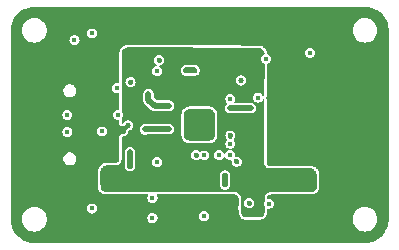
<source format=gbr>
%TF.GenerationSoftware,KiCad,Pcbnew,8.0.8*%
%TF.CreationDate,2025-04-16T19:26:52+02:00*%
%TF.ProjectId,PicoFlash,5069636f-466c-4617-9368-2e6b69636164,1.0*%
%TF.SameCoordinates,Original*%
%TF.FileFunction,Copper,L4,Bot*%
%TF.FilePolarity,Positive*%
%FSLAX46Y46*%
G04 Gerber Fmt 4.6, Leading zero omitted, Abs format (unit mm)*
G04 Created by KiCad (PCBNEW 8.0.8) date 2025-04-16 19:26:52*
%MOMM*%
%LPD*%
G01*
G04 APERTURE LIST*
%TA.AperFunction,ComponentPad*%
%ADD10O,2.000000X1.100000*%
%TD*%
%TA.AperFunction,ComponentPad*%
%ADD11O,1.800000X1.200000*%
%TD*%
%TA.AperFunction,ViaPad*%
%ADD12C,0.450000*%
%TD*%
%TA.AperFunction,Conductor*%
%ADD13C,0.500000*%
%TD*%
%TA.AperFunction,Conductor*%
%ADD14C,0.200000*%
%TD*%
G04 APERTURE END LIST*
D10*
%TO.P,J10,13,SHELL*%
%TO.N,GND*%
X5525121Y14324994D03*
D11*
X1324968Y14324994D03*
D10*
%TO.P,J10,14,SHELL*%
X5525121Y5675006D03*
D11*
X1324968Y5675006D03*
%TD*%
D12*
%TO.N,+3V3*%
X10500000Y14900000D03*
X18586234Y9953261D03*
X17000000Y7700000D03*
X19150000Y14600000D03*
X11800000Y14000000D03*
X9681380Y14890690D03*
X13390000Y10470000D03*
X25550000Y5209398D03*
X11380000Y10470000D03*
X17500000Y14600000D03*
X13660000Y5680000D03*
X20100000Y2450000D03*
X13000000Y13300000D03*
X13422328Y7697484D03*
X19660934Y2969814D03*
X11400000Y14900000D03*
X13000000Y14000000D03*
X24800000Y5209398D03*
X17000000Y12727491D03*
X8600000Y5000000D03*
X10000000Y16300000D03*
X21000000Y13800000D03*
X8600000Y5750000D03*
X13400000Y12400000D03*
%TO.N,GND*%
X31439340Y9939340D03*
X939340Y939340D03*
X19000000Y19500000D03*
X6600000Y6400000D03*
X13000000Y19500000D03*
X20000000Y19500000D03*
X28400000Y5700000D03*
X12460000Y1490000D03*
X500000Y6000000D03*
X500000Y7000000D03*
X6100000Y13600000D03*
X4000000Y500000D03*
X9000000Y500000D03*
X31000000Y19000000D03*
X12000000Y500000D03*
X10000000Y500000D03*
X18600000Y9100000D03*
X28000000Y500000D03*
X17000000Y9000000D03*
X31439340Y3939340D03*
X19135198Y6875000D03*
X19500000Y13750000D03*
X14500000Y1500000D03*
X24150000Y10050000D03*
X20000000Y500000D03*
X27100000Y3000000D03*
X23300000Y9850000D03*
X8000000Y19500000D03*
X5000000Y500000D03*
X25000000Y500000D03*
X10100000Y7100000D03*
X21930000Y12300000D03*
X26000000Y500000D03*
X26200000Y11100000D03*
X500000Y5000000D03*
X27000000Y500000D03*
X30000000Y6900000D03*
X27000000Y19500000D03*
X30000000Y500000D03*
X4000000Y19500000D03*
X16000000Y500000D03*
X18000000Y500000D03*
X22000000Y500000D03*
X15000000Y11000000D03*
X9400000Y1400000D03*
X10150000Y13605627D03*
X15000000Y10000000D03*
X20196203Y3353739D03*
X7125000Y18350000D03*
X31500000Y14000000D03*
X31439340Y12939340D03*
X17000000Y10000000D03*
X31439340Y1939340D03*
X17000000Y19500000D03*
X30000000Y15100000D03*
X9530000Y9440000D03*
X31439340Y10939340D03*
X5400000Y15950000D03*
X12000000Y19500000D03*
X500000Y10000000D03*
X31439340Y8939340D03*
X29000000Y19500000D03*
X2100000Y13000000D03*
X31439340Y17939340D03*
X5600000Y13600000D03*
X10100000Y7700000D03*
X2100000Y9000000D03*
X16000000Y11000000D03*
X19000000Y500000D03*
X13500000Y1500000D03*
X13000000Y500000D03*
X18000000Y19500000D03*
X30000000Y9000000D03*
X18156903Y5700000D03*
X11000000Y500000D03*
X25000000Y19500000D03*
X26200000Y10300000D03*
X6100000Y6400000D03*
X31439340Y7939340D03*
X500000Y16000000D03*
X500000Y2000000D03*
X5399857Y16499673D03*
X500000Y14000000D03*
X21930000Y10750000D03*
X500000Y15000000D03*
X2000000Y500000D03*
X500000Y13000000D03*
X30000000Y19500000D03*
X500000Y3000000D03*
X25000000Y18250000D03*
X6000000Y19500000D03*
X14000000Y19500000D03*
X6000000Y500000D03*
X500000Y17000000D03*
X22000000Y19500000D03*
X23000000Y500000D03*
X2100000Y11000000D03*
X11000000Y19500000D03*
X5399691Y17799673D03*
X15000000Y19500000D03*
X8500000Y1400000D03*
X8000000Y500000D03*
X13449609Y3296768D03*
X3000000Y500000D03*
X30000000Y11000000D03*
X2100000Y7000000D03*
X31439340Y6939340D03*
X26000000Y19500000D03*
X25000000Y10300000D03*
X22700000Y7250000D03*
X24000000Y19500000D03*
X31439340Y11939340D03*
X7000000Y19500000D03*
X31439340Y2939340D03*
X26000000Y17250000D03*
X30000000Y13000000D03*
X2000000Y19500000D03*
X27750000Y16000000D03*
X18870000Y2650000D03*
X15550000Y14600000D03*
X28000000Y19500000D03*
X9930000Y9940000D03*
X14000000Y500000D03*
X5000000Y19500000D03*
X22200000Y14600000D03*
X5600000Y6400000D03*
X7500000Y1400000D03*
X500000Y18000000D03*
X10100000Y6500000D03*
X26400000Y3000000D03*
X31439340Y15939340D03*
X31000000Y878680D03*
X3000000Y19500000D03*
X500000Y9000000D03*
X24000000Y500000D03*
X21000000Y500000D03*
X30000000Y4900000D03*
X21000000Y19500000D03*
X14850000Y14600000D03*
X5400116Y18349675D03*
X500000Y12000000D03*
X15000000Y500000D03*
X16000000Y19500000D03*
X939340Y19060660D03*
X18170000Y5030000D03*
X16000000Y9000000D03*
X500000Y11000000D03*
X500000Y4000000D03*
X17000000Y11000000D03*
X26200000Y11900000D03*
X7740000Y10100000D03*
X15000000Y9000000D03*
X23000000Y19500000D03*
X10000000Y19500000D03*
X12575152Y15467615D03*
X15712463Y7424212D03*
X17000000Y500000D03*
X7200000Y4800000D03*
X31500000Y5000000D03*
X9000000Y19500000D03*
X22675000Y8750000D03*
X16000000Y10000000D03*
X500000Y8000000D03*
X31500000Y6000000D03*
X31500000Y15000000D03*
X6600000Y13600000D03*
X22200000Y13800000D03*
X26200000Y6600000D03*
X7000000Y500000D03*
X31439340Y16939340D03*
X8827180Y13723323D03*
X29000000Y500000D03*
X27100000Y4500000D03*
%TO.N,+1V1*%
X13397026Y11613328D03*
X11374578Y9615422D03*
X18575000Y11403525D03*
X20330729Y11417274D03*
X13400000Y9650000D03*
X11666127Y12593914D03*
%TO.N,/CC2*%
X7739456Y9440000D03*
X4800000Y9391268D03*
%TO.N,/CC1*%
X4796683Y10836097D03*
X9100000Y10850000D03*
%TO.N,BOOTSELECT*%
X12400000Y14550000D03*
X12405422Y6844578D03*
%TO.N,HOST_RESET*%
X25330000Y16100000D03*
X21600013Y15590013D03*
%TO.N,GPIO10*%
X20950000Y12300000D03*
X18575000Y7427301D03*
%TO.N,GPIO8*%
X17645867Y7413589D03*
X21860000Y3320000D03*
%TO.N,GPIO16*%
X12000000Y3800000D03*
X18600000Y12200000D03*
%TO.N,GPIO7*%
X16384275Y7406311D03*
X16384275Y2250000D03*
%TO.N,GPIO15*%
X12000000Y2100000D03*
X18598578Y8400461D03*
%TO.N,/ACT_LED*%
X5401705Y17149673D03*
X6900000Y2909929D03*
%TO.N,/PWR_LED*%
X8984423Y13092628D03*
X6906380Y17737865D03*
%TD*%
D13*
%TO.N,+3V3*%
X13390000Y10470000D02*
X11380000Y10470000D01*
%TO.N,GND*%
X10100000Y6500000D02*
X10100000Y7700000D01*
X14850000Y14600000D02*
X15550000Y14600000D01*
X18156903Y5700000D02*
X18156903Y4956903D01*
X18156903Y4956903D02*
X18150000Y4950000D01*
D14*
X9530000Y9540000D02*
X9930000Y9940000D01*
X9530000Y9440000D02*
X9530000Y9540000D01*
D13*
%TO.N,+1V1*%
X20316980Y11403525D02*
X18575000Y11403525D01*
X13400000Y9650000D02*
X11409156Y9650000D01*
X11666127Y12133873D02*
X12186672Y11613328D01*
X11409156Y9650000D02*
X11374578Y9615422D01*
X20330729Y11417274D02*
X20316980Y11403525D01*
X12186672Y11613328D02*
X13397026Y11613328D01*
X11666127Y12593914D02*
X11666127Y12133873D01*
D14*
%TO.N,/CC2*%
X4800000Y9391268D02*
X4822768Y9368500D01*
%TO.N,/CC1*%
X9100000Y10850000D02*
X9086097Y10836097D01*
%TD*%
%TA.AperFunction,Conductor*%
%TO.N,GND*%
G36*
X20257370Y3566795D02*
G01*
X20271945Y3562058D01*
X20320214Y3537464D01*
X20332617Y3528453D01*
X20370916Y3490154D01*
X20379927Y3477752D01*
X20404518Y3429490D01*
X20409256Y3414909D01*
X20417730Y3361405D01*
X20417730Y3346075D01*
X20409257Y3292573D01*
X20404519Y3277992D01*
X20379926Y3229727D01*
X20370915Y3217325D01*
X20332617Y3179027D01*
X20320214Y3170016D01*
X20271949Y3145424D01*
X20257370Y3140686D01*
X20203870Y3132212D01*
X20188538Y3132212D01*
X20135031Y3140687D01*
X20120452Y3145425D01*
X20072191Y3170015D01*
X20059788Y3179026D01*
X20021487Y3217327D01*
X20012476Y3229729D01*
X19987885Y3277991D01*
X19983147Y3292572D01*
X19978803Y3320000D01*
X19974673Y3346081D01*
X19974673Y3361400D01*
X19983147Y3414909D01*
X19987884Y3429485D01*
X20012477Y3477752D01*
X20021485Y3490152D01*
X20059790Y3528457D01*
X20072190Y3537465D01*
X20120457Y3562058D01*
X20135035Y3566796D01*
X20188542Y3575269D01*
X20203861Y3575269D01*
X20257370Y3566795D01*
G37*
%TD.AperFunction*%
%TA.AperFunction,Conductor*%
G36*
X18195391Y5943331D02*
G01*
X18245236Y5929975D01*
X18257052Y5925081D01*
X18301751Y5899273D01*
X18311898Y5891487D01*
X18348387Y5854998D01*
X18356174Y5844850D01*
X18381980Y5800153D01*
X18386875Y5788336D01*
X18400233Y5738487D01*
X18401903Y5725804D01*
X18401903Y4931102D01*
X18400233Y4918419D01*
X18386875Y4868569D01*
X18381980Y4856752D01*
X18356174Y4812054D01*
X18348387Y4801906D01*
X18304997Y4758516D01*
X18294849Y4750729D01*
X18250151Y4724923D01*
X18238334Y4720028D01*
X18198761Y4709424D01*
X18188487Y4706671D01*
X18175806Y4705001D01*
X18124194Y4705001D01*
X18111511Y4706671D01*
X18097034Y4710551D01*
X18061664Y4720028D01*
X18049847Y4724923D01*
X18005149Y4750729D01*
X17995001Y4758516D01*
X17958511Y4795006D01*
X17950724Y4805154D01*
X17948553Y4808914D01*
X17924922Y4849845D01*
X17920028Y4861659D01*
X17906670Y4911516D01*
X17905001Y4924197D01*
X17905001Y4980827D01*
X17905942Y4990385D01*
X17907624Y4998841D01*
X17910145Y5017992D01*
X17910898Y5029487D01*
X17911903Y5044804D01*
X17911903Y5725808D01*
X17913572Y5738487D01*
X17926930Y5788343D01*
X17931821Y5800149D01*
X17957630Y5844852D01*
X17965410Y5854991D01*
X18001912Y5891493D01*
X18012051Y5899273D01*
X18056753Y5925082D01*
X18068561Y5929973D01*
X18118418Y5943331D01*
X18131099Y5945000D01*
X18182710Y5945000D01*
X18195391Y5943331D01*
G37*
%TD.AperFunction*%
%TA.AperFunction,Conductor*%
G36*
X10138488Y7943331D02*
G01*
X10188333Y7929975D01*
X10200149Y7925081D01*
X10244848Y7899273D01*
X10254995Y7891487D01*
X10291484Y7854998D01*
X10299271Y7844850D01*
X10325078Y7800151D01*
X10329973Y7788334D01*
X10343329Y7738489D01*
X10343330Y7738488D01*
X10345000Y7725805D01*
X10345000Y6474198D01*
X10343330Y6461515D01*
X10329972Y6411667D01*
X10325077Y6399850D01*
X10299271Y6355152D01*
X10291484Y6345004D01*
X10254996Y6308516D01*
X10244848Y6300729D01*
X10200150Y6274923D01*
X10188333Y6270028D01*
X10145917Y6258662D01*
X10138483Y6256670D01*
X10125802Y6255000D01*
X10074198Y6255000D01*
X10061517Y6256670D01*
X10036590Y6263349D01*
X10033493Y6264179D01*
X10033483Y6264181D01*
X10018443Y6268212D01*
X10011664Y6270028D01*
X9999848Y6274923D01*
X9955150Y6300729D01*
X9945002Y6308516D01*
X9908513Y6345005D01*
X9900726Y6355153D01*
X9893988Y6366823D01*
X9874919Y6399851D01*
X9870025Y6411667D01*
X9856668Y6461518D01*
X9855000Y6474195D01*
X9855000Y7725808D01*
X9856668Y7738484D01*
X9870027Y7788343D01*
X9874918Y7800149D01*
X9900727Y7844852D01*
X9908507Y7854991D01*
X9945009Y7891493D01*
X9955148Y7899273D01*
X9999850Y7925082D01*
X10011658Y7929973D01*
X10061515Y7943331D01*
X10074196Y7945000D01*
X10125807Y7945000D01*
X10138488Y7943331D01*
G37*
%TD.AperFunction*%
%TA.AperFunction,Conductor*%
G36*
X18945196Y7128376D02*
G01*
X18980286Y7110990D01*
X18980285Y7110990D01*
X19001163Y7105978D01*
X19035360Y7097768D01*
X19049927Y7097196D01*
X19115471Y7094620D01*
X19115474Y7094621D01*
X19115480Y7094620D01*
X19127532Y7096530D01*
X19142855Y7096530D01*
X19196365Y7088056D01*
X19210940Y7083319D01*
X19259209Y7058725D01*
X19271612Y7049714D01*
X19309911Y7011415D01*
X19318922Y6999013D01*
X19343513Y6950751D01*
X19348251Y6936171D01*
X19353262Y6904535D01*
X19356725Y6882671D01*
X19356726Y6882668D01*
X19356726Y6867337D01*
X19348252Y6813834D01*
X19343514Y6799253D01*
X19318921Y6750988D01*
X19309910Y6738586D01*
X19271612Y6700288D01*
X19259209Y6691277D01*
X19210944Y6666685D01*
X19196365Y6661947D01*
X19142865Y6653473D01*
X19127533Y6653473D01*
X19074026Y6661948D01*
X19059447Y6666686D01*
X19011186Y6691276D01*
X18998783Y6700287D01*
X18960483Y6738587D01*
X18951473Y6750988D01*
X18943895Y6765860D01*
X18943895Y6765861D01*
X18926877Y6799260D01*
X18922142Y6813830D01*
X18913668Y6867338D01*
X18913669Y6882671D01*
X18914498Y6887903D01*
X18917028Y6920048D01*
X18917028Y6943200D01*
X18915981Y6963920D01*
X18886744Y7050577D01*
X18881664Y7058866D01*
X18875795Y7095905D01*
X18897836Y7126247D01*
X18934877Y7132117D01*
X18945196Y7128376D01*
G37*
%TD.AperFunction*%
%TA.AperFunction,Conductor*%
G36*
X15773630Y7637268D02*
G01*
X15788205Y7632531D01*
X15836474Y7607937D01*
X15848876Y7598927D01*
X15859683Y7588120D01*
X15926348Y7543574D01*
X15926349Y7543574D01*
X15926349Y7543573D01*
X15936513Y7539363D01*
X15963032Y7512845D01*
X15966159Y7486429D01*
X15953471Y7406311D01*
X15962396Y7349952D01*
X15953640Y7313486D01*
X15932752Y7297018D01*
X15908453Y7286953D01*
X15849147Y7247327D01*
X15844171Y7244411D01*
X15788210Y7215897D01*
X15773630Y7211159D01*
X15720130Y7202685D01*
X15704798Y7202685D01*
X15651291Y7211160D01*
X15636712Y7215898D01*
X15588451Y7240488D01*
X15576048Y7249499D01*
X15537747Y7287800D01*
X15528736Y7300202D01*
X15504145Y7348464D01*
X15499407Y7363045D01*
X15492555Y7406311D01*
X15490933Y7416554D01*
X15490933Y7431873D01*
X15499406Y7485380D01*
X15504144Y7499958D01*
X15528737Y7548225D01*
X15537745Y7560625D01*
X15576050Y7598930D01*
X15588450Y7607938D01*
X15636717Y7632531D01*
X15651295Y7637269D01*
X15704802Y7645742D01*
X15720121Y7645742D01*
X15773630Y7637268D01*
G37*
%TD.AperFunction*%
%TA.AperFunction,Conductor*%
G36*
X18661167Y9313056D02*
G01*
X18675742Y9308319D01*
X18724011Y9283725D01*
X18736414Y9274714D01*
X18774713Y9236415D01*
X18783724Y9224013D01*
X18808314Y9175753D01*
X18813052Y9161174D01*
X18817475Y9133249D01*
X18821528Y9107667D01*
X18821528Y9092335D01*
X18813053Y9038832D01*
X18808316Y9024253D01*
X18783727Y8975993D01*
X18774716Y8963591D01*
X18758283Y8947158D01*
X18713734Y8880486D01*
X18702295Y8852868D01*
X18675776Y8826350D01*
X18649361Y8823223D01*
X18598578Y8831265D01*
X18549681Y8823521D01*
X18513214Y8832277D01*
X18496746Y8853167D01*
X18484842Y8881907D01*
X18484840Y8881911D01*
X18440299Y8948572D01*
X18440295Y8948577D01*
X18425284Y8963588D01*
X18416273Y8975990D01*
X18416271Y8975993D01*
X18400521Y9006904D01*
X18391682Y9024252D01*
X18386944Y9038833D01*
X18386325Y9042741D01*
X18378470Y9092342D01*
X18378470Y9107661D01*
X18386943Y9161168D01*
X18391681Y9175746D01*
X18414792Y9221104D01*
X18416274Y9224014D01*
X18425282Y9236413D01*
X18463587Y9274718D01*
X18475987Y9283726D01*
X18524254Y9308319D01*
X18538832Y9313057D01*
X18592339Y9321530D01*
X18607658Y9321530D01*
X18661167Y9313056D01*
G37*
%TD.AperFunction*%
%TA.AperFunction,Conductor*%
G36*
X10211167Y13818683D02*
G01*
X10225742Y13813946D01*
X10274011Y13789352D01*
X10286414Y13780341D01*
X10324713Y13742042D01*
X10333724Y13729640D01*
X10358315Y13681378D01*
X10363053Y13666797D01*
X10371527Y13613293D01*
X10371527Y13597963D01*
X10363054Y13544461D01*
X10358316Y13529880D01*
X10333723Y13481615D01*
X10324712Y13469213D01*
X10286414Y13430915D01*
X10274011Y13421904D01*
X10225746Y13397312D01*
X10211167Y13392574D01*
X10157667Y13384100D01*
X10142335Y13384100D01*
X10088828Y13392575D01*
X10074249Y13397313D01*
X10025988Y13421903D01*
X10013585Y13430914D01*
X9975284Y13469215D01*
X9966273Y13481617D01*
X9941682Y13529879D01*
X9936944Y13544460D01*
X9932062Y13575287D01*
X9928470Y13597969D01*
X9928470Y13613288D01*
X9936944Y13666797D01*
X9941681Y13681373D01*
X9966274Y13729640D01*
X9975282Y13742040D01*
X10013587Y13780345D01*
X10025987Y13789353D01*
X10074254Y13813946D01*
X10088832Y13818684D01*
X10142339Y13827157D01*
X10157658Y13827157D01*
X10211167Y13818683D01*
G37*
%TD.AperFunction*%
%TA.AperFunction,Conductor*%
G36*
X19561167Y13963056D02*
G01*
X19575742Y13958319D01*
X19624011Y13933725D01*
X19636414Y13924714D01*
X19674713Y13886415D01*
X19683724Y13874013D01*
X19708315Y13825751D01*
X19713053Y13811170D01*
X19721527Y13757666D01*
X19721527Y13742336D01*
X19713054Y13688834D01*
X19708316Y13674253D01*
X19683723Y13625988D01*
X19674712Y13613586D01*
X19636414Y13575288D01*
X19624011Y13566277D01*
X19575746Y13541685D01*
X19561167Y13536947D01*
X19507667Y13528473D01*
X19492335Y13528473D01*
X19438828Y13536948D01*
X19424249Y13541686D01*
X19375988Y13566276D01*
X19363585Y13575287D01*
X19325284Y13613588D01*
X19316273Y13625990D01*
X19291682Y13674252D01*
X19286944Y13688833D01*
X19286944Y13688834D01*
X19278470Y13742342D01*
X19278470Y13757661D01*
X19286944Y13811170D01*
X19291681Y13825746D01*
X19316274Y13874013D01*
X19325282Y13886413D01*
X19363587Y13924718D01*
X19375987Y13933726D01*
X19424254Y13958319D01*
X19438832Y13963057D01*
X19492339Y13971530D01*
X19507658Y13971530D01*
X19561167Y13963056D01*
G37*
%TD.AperFunction*%
%TA.AperFunction,Conductor*%
G36*
X15588488Y14843331D02*
G01*
X15638333Y14829975D01*
X15650149Y14825081D01*
X15694848Y14799273D01*
X15704995Y14791487D01*
X15741484Y14754998D01*
X15749271Y14744850D01*
X15775077Y14700153D01*
X15779972Y14688336D01*
X15793330Y14638487D01*
X15795000Y14625804D01*
X15795000Y14574198D01*
X15793330Y14561515D01*
X15779972Y14511667D01*
X15775077Y14499850D01*
X15749271Y14455152D01*
X15741484Y14445004D01*
X15704996Y14408516D01*
X15694848Y14400729D01*
X15650150Y14374923D01*
X15638333Y14370028D01*
X15595917Y14358662D01*
X15588483Y14356670D01*
X15575802Y14355000D01*
X14824198Y14355000D01*
X14811517Y14356670D01*
X14786590Y14363349D01*
X14783493Y14364179D01*
X14783483Y14364181D01*
X14768443Y14368212D01*
X14761664Y14370028D01*
X14749848Y14374923D01*
X14705150Y14400729D01*
X14695002Y14408516D01*
X14658513Y14445005D01*
X14650726Y14455153D01*
X14624920Y14499850D01*
X14620025Y14511667D01*
X14606668Y14561518D01*
X14605000Y14574195D01*
X14605000Y14625808D01*
X14606669Y14638487D01*
X14620027Y14688343D01*
X14624918Y14700149D01*
X14650727Y14744852D01*
X14658507Y14754991D01*
X14695009Y14791493D01*
X14705148Y14799273D01*
X14749850Y14825082D01*
X14761658Y14829973D01*
X14811515Y14843331D01*
X14824196Y14845000D01*
X15575807Y14845000D01*
X15588488Y14843331D01*
G37*
%TD.AperFunction*%
%TA.AperFunction,Conductor*%
G36*
X12636319Y15680671D02*
G01*
X12650894Y15675934D01*
X12699163Y15651340D01*
X12711566Y15642329D01*
X12749865Y15604030D01*
X12758876Y15591628D01*
X12783467Y15543366D01*
X12788205Y15528785D01*
X12796679Y15475281D01*
X12796679Y15459951D01*
X12788206Y15406449D01*
X12783468Y15391868D01*
X12758875Y15343603D01*
X12749864Y15331201D01*
X12711566Y15292903D01*
X12699164Y15283892D01*
X12650898Y15259299D01*
X12636320Y15254562D01*
X12620466Y15252051D01*
X12604639Y15248902D01*
X12604628Y15248900D01*
X12604626Y15248899D01*
X12602368Y15248357D01*
X12593288Y15246177D01*
X12588881Y15245066D01*
X12588867Y15245061D01*
X12560264Y15230080D01*
X12522912Y15226718D01*
X12503022Y15239851D01*
X12502550Y15239359D01*
X12500818Y15241024D01*
X12454884Y15277235D01*
X12450571Y15281068D01*
X12400436Y15331203D01*
X12391425Y15343605D01*
X12366834Y15391867D01*
X12362096Y15406448D01*
X12354108Y15456885D01*
X12353622Y15459957D01*
X12353622Y15475276D01*
X12362096Y15528785D01*
X12366833Y15543361D01*
X12391426Y15591628D01*
X12400434Y15604028D01*
X12438739Y15642333D01*
X12451139Y15651341D01*
X12499406Y15675934D01*
X12513984Y15680672D01*
X12567491Y15689145D01*
X12582810Y15689145D01*
X12636319Y15680671D01*
G37*
%TD.AperFunction*%
%TA.AperFunction,Conductor*%
G36*
X29928782Y19999998D02*
G01*
X30069687Y19998742D01*
X30073167Y19998587D01*
X30212066Y19987407D01*
X30215082Y19987069D01*
X30282542Y19977370D01*
X30285965Y19976752D01*
X30559331Y19917285D01*
X30566023Y19915320D01*
X30826497Y19818169D01*
X30832848Y19815267D01*
X30954837Y19748656D01*
X31076823Y19682046D01*
X31082697Y19678272D01*
X31305261Y19511664D01*
X31310536Y19507091D01*
X31507090Y19310537D01*
X31511663Y19305260D01*
X31678269Y19082701D01*
X31682045Y19076824D01*
X31815264Y18832853D01*
X31818169Y18826494D01*
X31915317Y18566031D01*
X31917286Y18559323D01*
X31976749Y18285976D01*
X31977370Y18282533D01*
X31987066Y18215096D01*
X31987407Y18212054D01*
X31998585Y18073172D01*
X31998741Y18069678D01*
X31999998Y17928783D01*
X32000000Y17928346D01*
X32000000Y2071655D01*
X31999998Y2071218D01*
X31998741Y1930323D01*
X31998585Y1926829D01*
X31987407Y1787947D01*
X31987066Y1784905D01*
X31977370Y1717468D01*
X31976749Y1714025D01*
X31917286Y1440678D01*
X31915317Y1433970D01*
X31818169Y1173507D01*
X31815264Y1167148D01*
X31682045Y923177D01*
X31678266Y917295D01*
X31511669Y694747D01*
X31507090Y689464D01*
X31310536Y492910D01*
X31305253Y488331D01*
X31082705Y321734D01*
X31076823Y317955D01*
X30832852Y184736D01*
X30826493Y181831D01*
X30566030Y84683D01*
X30559322Y82714D01*
X30285975Y23251D01*
X30282532Y22630D01*
X30215095Y12934D01*
X30212053Y12593D01*
X30073171Y1415D01*
X30069677Y1259D01*
X29928782Y2D01*
X29928345Y0D01*
X2071655Y0D01*
X2071218Y2D01*
X1930322Y1259D01*
X1926828Y1415D01*
X1787946Y12593D01*
X1784904Y12934D01*
X1717467Y22630D01*
X1714024Y23251D01*
X1440677Y82714D01*
X1433969Y84683D01*
X1173506Y181831D01*
X1167147Y184736D01*
X923176Y317955D01*
X917299Y321731D01*
X694740Y488337D01*
X689463Y492910D01*
X492909Y689464D01*
X488336Y694739D01*
X321728Y917303D01*
X317954Y923177D01*
X205534Y1129058D01*
X184733Y1167152D01*
X181830Y1173507D01*
X149822Y1259324D01*
X84680Y1433977D01*
X82715Y1440669D01*
X23248Y1714035D01*
X22629Y1717468D01*
X14634Y1773072D01*
X12931Y1784918D01*
X12592Y1787947D01*
X11972Y1795648D01*
X1413Y1926833D01*
X1258Y1930323D01*
X1110Y1946889D01*
X637Y2000001D01*
X952528Y2000001D01*
X952528Y2000000D01*
X974878Y1773072D01*
X983755Y1759055D01*
X1019674Y1640646D01*
X1032262Y1599150D01*
X1032265Y1599145D01*
X1032266Y1599142D01*
X1129057Y1418057D01*
X1129778Y1417086D01*
X1130582Y1416198D01*
X1259323Y1259327D01*
X1259326Y1259324D01*
X1416197Y1130583D01*
X1417085Y1129778D01*
X1418055Y1129059D01*
X1418056Y1129058D01*
X1599150Y1032262D01*
X1759054Y983756D01*
X1769434Y975238D01*
X1795644Y972657D01*
X1795649Y972655D01*
X1795648Y972655D01*
X2000000Y952528D01*
X2204352Y972655D01*
X2204351Y972655D01*
X2204353Y972656D01*
X2226926Y974879D01*
X2240943Y983756D01*
X2400850Y1032262D01*
X2581944Y1129058D01*
X2581945Y1129059D01*
X2581951Y1129065D01*
X2582905Y1129772D01*
X2583790Y1130574D01*
X2740675Y1259325D01*
X2869426Y1416210D01*
X2870228Y1417095D01*
X2870941Y1418055D01*
X2870942Y1418056D01*
X2967738Y1599150D01*
X3027345Y1795649D01*
X3037405Y1846225D01*
X3048736Y1948417D01*
X3048736Y2051583D01*
X3043368Y2100000D01*
X11569196Y2100000D01*
X11590281Y1966874D01*
X11590281Y1966873D01*
X11590282Y1966872D01*
X11651467Y1846787D01*
X11651472Y1846780D01*
X11746779Y1751473D01*
X11746786Y1751468D01*
X11820254Y1714035D01*
X11866874Y1690281D01*
X12000000Y1669196D01*
X12133126Y1690281D01*
X12216420Y1732722D01*
X12253213Y1751468D01*
X12253215Y1751470D01*
X12253220Y1751472D01*
X12348528Y1846780D01*
X12409719Y1966874D01*
X12430804Y2100000D01*
X12409719Y2233126D01*
X12401121Y2250000D01*
X15953471Y2250000D01*
X15974556Y2116874D01*
X15974556Y2116873D01*
X15974557Y2116872D01*
X16035742Y1996787D01*
X16035747Y1996780D01*
X16131054Y1901473D01*
X16131061Y1901468D01*
X16211117Y1860678D01*
X16251149Y1840281D01*
X16384275Y1819196D01*
X16517401Y1840281D01*
X16600695Y1882722D01*
X16637488Y1901468D01*
X16637490Y1901470D01*
X16637495Y1901472D01*
X16732803Y1996780D01*
X16734445Y2000001D01*
X16757353Y2044962D01*
X16793994Y2116874D01*
X16815079Y2250000D01*
X16793994Y2383126D01*
X16773597Y2423158D01*
X16732807Y2503214D01*
X16732802Y2503221D01*
X16637495Y2598528D01*
X16637488Y2598533D01*
X16517403Y2659718D01*
X16517402Y2659719D01*
X16517401Y2659719D01*
X16384275Y2680804D01*
X16251149Y2659719D01*
X16251147Y2659719D01*
X16251146Y2659718D01*
X16131061Y2598533D01*
X16131054Y2598528D01*
X16035747Y2503221D01*
X16035742Y2503214D01*
X15974557Y2383129D01*
X15974556Y2383128D01*
X15974556Y2383126D01*
X15953471Y2250000D01*
X12401121Y2250000D01*
X12389322Y2273158D01*
X12348532Y2353214D01*
X12348527Y2353221D01*
X12253220Y2448528D01*
X12253213Y2448533D01*
X12133128Y2509718D01*
X12133127Y2509719D01*
X12133126Y2509719D01*
X12000000Y2530804D01*
X11866874Y2509719D01*
X11866872Y2509719D01*
X11866871Y2509718D01*
X11746786Y2448533D01*
X11746779Y2448528D01*
X11651472Y2353221D01*
X11651467Y2353214D01*
X11590282Y2233129D01*
X11590281Y2233128D01*
X11590281Y2233126D01*
X11569196Y2100000D01*
X3043368Y2100000D01*
X3037405Y2153775D01*
X3027345Y2204351D01*
X2967738Y2400850D01*
X2870942Y2581944D01*
X2870941Y2581945D01*
X2870222Y2582915D01*
X2869417Y2583803D01*
X2740676Y2740674D01*
X2740673Y2740677D01*
X2583802Y2869418D01*
X2582914Y2870222D01*
X2581943Y2870943D01*
X2509005Y2909929D01*
X6469196Y2909929D01*
X6490281Y2776803D01*
X6490281Y2776802D01*
X6490282Y2776801D01*
X6551467Y2656716D01*
X6551472Y2656709D01*
X6646779Y2561402D01*
X6646786Y2561397D01*
X6726842Y2520607D01*
X6766874Y2500210D01*
X6900000Y2479125D01*
X7033126Y2500210D01*
X7116420Y2542651D01*
X7153213Y2561397D01*
X7153215Y2561399D01*
X7153220Y2561401D01*
X7248528Y2656709D01*
X7250062Y2659718D01*
X7267278Y2693509D01*
X7309719Y2776803D01*
X7330804Y2909929D01*
X7309719Y3043055D01*
X7279205Y3102943D01*
X7248532Y3163143D01*
X7248527Y3163150D01*
X7153220Y3258457D01*
X7153213Y3258462D01*
X7033128Y3319647D01*
X7033127Y3319648D01*
X7033126Y3319648D01*
X6900000Y3340733D01*
X6766874Y3319648D01*
X6766872Y3319648D01*
X6766871Y3319647D01*
X6646786Y3258462D01*
X6646779Y3258457D01*
X6551472Y3163150D01*
X6551467Y3163143D01*
X6490282Y3043058D01*
X6490281Y3043057D01*
X6490281Y3043055D01*
X6469196Y2909929D01*
X2509005Y2909929D01*
X2400858Y2967734D01*
X2400855Y2967735D01*
X2400850Y2967738D01*
X2359354Y2980326D01*
X2240945Y3016245D01*
X2230566Y3024763D01*
X2204351Y3027345D01*
X2204352Y3027345D01*
X2000000Y3047472D01*
X1773071Y3025122D01*
X1759054Y3016245D01*
X1599153Y2967739D01*
X1599150Y2967738D01*
X1599147Y2967737D01*
X1599141Y2967734D01*
X1418056Y2870943D01*
X1417083Y2870222D01*
X1416197Y2869418D01*
X1259326Y2740677D01*
X1259323Y2740674D01*
X1130582Y2583803D01*
X1129778Y2582917D01*
X1129057Y2581944D01*
X1032266Y2400859D01*
X1032261Y2400847D01*
X983755Y2240946D01*
X975237Y2230568D01*
X952528Y2000001D01*
X637Y2000001D01*
X2Y2071218D01*
X0Y2071655D01*
X0Y6057964D01*
X7394500Y6057964D01*
X7394500Y4969963D01*
X7400175Y4922010D01*
X7400176Y4922004D01*
X7400177Y4922000D01*
X7402481Y4912401D01*
X7408240Y4888407D01*
X7408308Y4888185D01*
X7409811Y4881638D01*
X7421527Y4807668D01*
X7421527Y4792338D01*
X7412689Y4736535D01*
X7412688Y4736533D01*
X7410176Y4707065D01*
X7410176Y4707062D01*
X7409900Y4685817D01*
X7411642Y4656314D01*
X7411642Y4656308D01*
X7412023Y4653421D01*
X7417267Y4627063D01*
X7417270Y4627049D01*
X7422265Y4608410D01*
X7430904Y4582957D01*
X7430909Y4582944D01*
X7473408Y4480343D01*
X7485279Y4456272D01*
X7485294Y4456244D01*
X7494953Y4439515D01*
X7494960Y4439503D01*
X7509866Y4417194D01*
X7509879Y4417176D01*
X7577471Y4329089D01*
X7577481Y4329076D01*
X7595196Y4308876D01*
X7595218Y4308853D01*
X7608851Y4295220D01*
X7608874Y4295198D01*
X7629074Y4277483D01*
X7629087Y4277473D01*
X7717174Y4209881D01*
X7717192Y4209868D01*
X7739501Y4194962D01*
X7739513Y4194955D01*
X7739522Y4194949D01*
X7756252Y4185290D01*
X7756267Y4185283D01*
X7756270Y4185281D01*
X7780341Y4173410D01*
X7780352Y4173406D01*
X7780359Y4173402D01*
X7882946Y4130909D01*
X7882954Y4130907D01*
X7882965Y4130902D01*
X7908393Y4122270D01*
X7908415Y4122264D01*
X7927054Y4117269D01*
X7927064Y4117267D01*
X7950619Y4112582D01*
X7953424Y4112024D01*
X8053127Y4098898D01*
X8068382Y4096889D01*
X8081748Y4095573D01*
X8086035Y4095293D01*
X8091412Y4094940D01*
X8104851Y4094500D01*
X11592544Y4094500D01*
X11627192Y4080148D01*
X11641544Y4045500D01*
X11636203Y4023255D01*
X11590282Y3933129D01*
X11590281Y3933128D01*
X11590281Y3933126D01*
X11569196Y3800000D01*
X11590281Y3666874D01*
X11590281Y3666873D01*
X11590282Y3666872D01*
X11651467Y3546787D01*
X11651472Y3546780D01*
X11746779Y3451473D01*
X11746786Y3451468D01*
X11803497Y3422573D01*
X11866874Y3390281D01*
X12000000Y3369196D01*
X12133126Y3390281D01*
X12216420Y3432722D01*
X12253213Y3451468D01*
X12253215Y3451470D01*
X12253220Y3451472D01*
X12348528Y3546780D01*
X12409719Y3666874D01*
X12430804Y3800000D01*
X12409719Y3933126D01*
X12395556Y3960923D01*
X12363797Y4023255D01*
X12360854Y4060642D01*
X12385211Y4089159D01*
X12407456Y4094500D01*
X18983319Y4094500D01*
X18989713Y4094081D01*
X19003282Y4092295D01*
X19025301Y4089397D01*
X19025303Y4089397D01*
X19069367Y4083596D01*
X19081723Y4080285D01*
X19140401Y4055979D01*
X19151478Y4049584D01*
X19156801Y4045500D01*
X19201874Y4010915D01*
X19210913Y4001876D01*
X19249582Y3951482D01*
X19255975Y3940408D01*
X19280282Y3881726D01*
X19283593Y3869370D01*
X19294081Y3789713D01*
X19294500Y3783317D01*
X19294500Y3199655D01*
X19289159Y3177410D01*
X19251216Y3102943D01*
X19251215Y3102942D01*
X19251215Y3102940D01*
X19230130Y2969814D01*
X19251215Y2836688D01*
X19251215Y2836687D01*
X19251216Y2836686D01*
X19289159Y2762220D01*
X19294500Y2739974D01*
X19294500Y2654857D01*
X19294940Y2641404D01*
X19295572Y2631763D01*
X19296891Y2618369D01*
X19312022Y2503430D01*
X19312023Y2503427D01*
X19317267Y2477061D01*
X19317270Y2477050D01*
X19317271Y2477045D01*
X19317271Y2477042D01*
X19322262Y2458417D01*
X19322268Y2458395D01*
X19330900Y2432967D01*
X19330909Y2432944D01*
X19373408Y2330343D01*
X19385279Y2306272D01*
X19385294Y2306244D01*
X19394953Y2289515D01*
X19394960Y2289503D01*
X19409866Y2267194D01*
X19409879Y2267176D01*
X19477471Y2179089D01*
X19477481Y2179076D01*
X19495196Y2158876D01*
X19495218Y2158853D01*
X19508851Y2145220D01*
X19508874Y2145198D01*
X19529074Y2127483D01*
X19529087Y2127473D01*
X19617174Y2059881D01*
X19617192Y2059868D01*
X19639501Y2044962D01*
X19639513Y2044955D01*
X19639522Y2044949D01*
X19656252Y2035290D01*
X19656267Y2035283D01*
X19656270Y2035281D01*
X19680341Y2023410D01*
X19680352Y2023406D01*
X19680359Y2023402D01*
X19782946Y1980909D01*
X19782954Y1980907D01*
X19782965Y1980902D01*
X19808393Y1972270D01*
X19808415Y1972264D01*
X19827054Y1967269D01*
X19827064Y1967267D01*
X19851453Y1962416D01*
X19853424Y1962024D01*
X19953127Y1948898D01*
X19968382Y1946889D01*
X19981748Y1945573D01*
X19986035Y1945293D01*
X19991412Y1944940D01*
X20004851Y1944500D01*
X20004856Y1944500D01*
X20995144Y1944500D01*
X20995149Y1944500D01*
X21008588Y1944940D01*
X21014820Y1945349D01*
X21018251Y1945573D01*
X21031617Y1946889D01*
X21034063Y1947212D01*
X21146575Y1962024D01*
X21172939Y1967268D01*
X21172944Y1967269D01*
X21183044Y1969976D01*
X21191599Y1972268D01*
X21191605Y1972270D01*
X21217033Y1980902D01*
X21217037Y1980904D01*
X21217053Y1980909D01*
X21263145Y2000001D01*
X28952528Y2000001D01*
X28952528Y2000000D01*
X28974878Y1773072D01*
X28983755Y1759055D01*
X29019674Y1640646D01*
X29032262Y1599150D01*
X29032265Y1599145D01*
X29032266Y1599142D01*
X29129057Y1418057D01*
X29129778Y1417086D01*
X29130582Y1416198D01*
X29259323Y1259327D01*
X29259326Y1259324D01*
X29416197Y1130583D01*
X29417085Y1129778D01*
X29418055Y1129059D01*
X29418056Y1129058D01*
X29599150Y1032262D01*
X29759054Y983756D01*
X29769434Y975238D01*
X29795644Y972657D01*
X29795649Y972655D01*
X29795648Y972655D01*
X30000000Y952528D01*
X30204352Y972655D01*
X30204351Y972655D01*
X30204353Y972656D01*
X30226926Y974879D01*
X30240943Y983756D01*
X30400850Y1032262D01*
X30581944Y1129058D01*
X30581945Y1129059D01*
X30581951Y1129065D01*
X30582905Y1129772D01*
X30583790Y1130574D01*
X30740675Y1259325D01*
X30869426Y1416210D01*
X30870228Y1417095D01*
X30870941Y1418055D01*
X30870942Y1418056D01*
X30967738Y1599150D01*
X31027345Y1795649D01*
X31037405Y1846225D01*
X31048736Y1948417D01*
X31048736Y2051583D01*
X31037405Y2153775D01*
X31027345Y2204351D01*
X30967738Y2400850D01*
X30870942Y2581944D01*
X30870941Y2581945D01*
X30870222Y2582915D01*
X30869417Y2583803D01*
X30740676Y2740674D01*
X30740673Y2740677D01*
X30583802Y2869418D01*
X30582914Y2870222D01*
X30581943Y2870943D01*
X30400858Y2967734D01*
X30400855Y2967735D01*
X30400850Y2967738D01*
X30359354Y2980326D01*
X30240945Y3016245D01*
X30230566Y3024763D01*
X30204351Y3027345D01*
X30204352Y3027345D01*
X30000000Y3047472D01*
X29773071Y3025122D01*
X29759054Y3016245D01*
X29599153Y2967739D01*
X29599150Y2967738D01*
X29599147Y2967737D01*
X29599141Y2967734D01*
X29418056Y2870943D01*
X29417083Y2870222D01*
X29416197Y2869418D01*
X29259326Y2740677D01*
X29259323Y2740674D01*
X29130582Y2583803D01*
X29129778Y2582917D01*
X29129057Y2581944D01*
X29032266Y2400859D01*
X29032261Y2400847D01*
X28983755Y2240946D01*
X28975237Y2230568D01*
X28952528Y2000001D01*
X21263145Y2000001D01*
X21319640Y2023402D01*
X21319652Y2023408D01*
X21319657Y2023410D01*
X21331912Y2029454D01*
X21343747Y2035290D01*
X21360477Y2044949D01*
X21360492Y2044960D01*
X21360497Y2044962D01*
X21382806Y2059868D01*
X21382817Y2059877D01*
X21382829Y2059884D01*
X21470925Y2127483D01*
X21491134Y2145207D01*
X21504793Y2158866D01*
X21522517Y2179075D01*
X21590116Y2267171D01*
X21590123Y2267183D01*
X21590132Y2267194D01*
X21605038Y2289503D01*
X21605040Y2289508D01*
X21605051Y2289523D01*
X21614710Y2306253D01*
X21626598Y2330360D01*
X21669091Y2432947D01*
X21677732Y2458401D01*
X21682732Y2477061D01*
X21687976Y2503425D01*
X21703109Y2618368D01*
X21703109Y2618370D01*
X21703111Y2618383D01*
X21704427Y2631749D01*
X21705059Y2641404D01*
X21705060Y2641412D01*
X21705500Y2654851D01*
X21705500Y2856296D01*
X21719852Y2890944D01*
X21754500Y2905296D01*
X21762144Y2904695D01*
X21860000Y2889196D01*
X21993126Y2910281D01*
X22105894Y2967739D01*
X22113213Y2971468D01*
X22113215Y2971470D01*
X22113220Y2971472D01*
X22208528Y3066780D01*
X22269719Y3186874D01*
X22290804Y3320000D01*
X22269719Y3453126D01*
X22231338Y3528453D01*
X22208532Y3573214D01*
X22208527Y3573221D01*
X22113220Y3668528D01*
X22113213Y3668533D01*
X21993128Y3729718D01*
X21993127Y3729719D01*
X21993126Y3729719D01*
X21860000Y3750804D01*
X21859999Y3750804D01*
X21762216Y3735317D01*
X21725749Y3744072D01*
X21706154Y3776049D01*
X21705970Y3790104D01*
X21716404Y3869370D01*
X21719715Y3881726D01*
X21741006Y3933126D01*
X21744023Y3940408D01*
X21750416Y3951480D01*
X21750420Y3951485D01*
X21789086Y4001875D01*
X21798125Y4010914D01*
X21848521Y4049585D01*
X21859596Y4055980D01*
X21918275Y4080286D01*
X21930629Y4083596D01*
X21988519Y4091217D01*
X21999845Y4092708D01*
X21999846Y4092707D01*
X22010285Y4094082D01*
X22016679Y4094500D01*
X25432412Y4094500D01*
X25432414Y4094500D01*
X25446060Y4094954D01*
X25455872Y4095607D01*
X25468714Y4096891D01*
X25469485Y4096968D01*
X25586186Y4112580D01*
X25586185Y4112580D01*
X25586201Y4112582D01*
X25612970Y4117994D01*
X25631903Y4123152D01*
X25657712Y4132064D01*
X25761645Y4175877D01*
X25786044Y4188131D01*
X25802957Y4198084D01*
X25825501Y4213455D01*
X25825504Y4213456D01*
X25825507Y4213459D01*
X25825524Y4213470D01*
X25914290Y4283064D01*
X25934619Y4301309D01*
X25948320Y4315358D01*
X25966040Y4336126D01*
X26033392Y4426603D01*
X26048206Y4449541D01*
X26057733Y4466696D01*
X26069376Y4491399D01*
X26110578Y4596395D01*
X26118842Y4622421D01*
X26123525Y4641477D01*
X26128266Y4668370D01*
X26140959Y4785448D01*
X26141979Y4799071D01*
X26142387Y4808896D01*
X26142500Y4822558D01*
X26117767Y5811904D01*
X26116757Y5827754D01*
X26115590Y5839122D01*
X26113359Y5854841D01*
X26088942Y5989347D01*
X26088941Y5989351D01*
X26088939Y5989361D01*
X26080883Y6020029D01*
X26080881Y6020033D01*
X26080879Y6020043D01*
X26073405Y6041570D01*
X26060714Y6070655D01*
X25999253Y6186232D01*
X25982235Y6213016D01*
X25975410Y6222119D01*
X25968569Y6231245D01*
X25947633Y6255085D01*
X25947628Y6255091D01*
X25853919Y6346488D01*
X25853912Y6346494D01*
X25853909Y6346497D01*
X25829559Y6366826D01*
X25829548Y6366834D01*
X25811003Y6380027D01*
X25810987Y6380037D01*
X25802113Y6385369D01*
X25783788Y6396379D01*
X25666704Y6454935D01*
X25637307Y6466897D01*
X25637306Y6466898D01*
X25637302Y6466899D01*
X25615614Y6473826D01*
X25615596Y6473831D01*
X25584718Y6481121D01*
X25584714Y6481122D01*
X25449631Y6502170D01*
X25433873Y6504005D01*
X25422458Y6504889D01*
X25406623Y6505500D01*
X25406611Y6505500D01*
X21969189Y6505500D01*
X21962773Y6505922D01*
X21882881Y6516474D01*
X21870492Y6519804D01*
X21860675Y6523884D01*
X21860673Y6523885D01*
X21811661Y6544257D01*
X21800559Y6550691D01*
X21750091Y6589581D01*
X21741041Y6598676D01*
X21702406Y6649325D01*
X21696027Y6660457D01*
X21671861Y6719408D01*
X21668591Y6731811D01*
X21658430Y6811774D01*
X21658041Y6818167D01*
X21683886Y12090177D01*
X21681436Y12122834D01*
X21677815Y12146064D01*
X21673463Y12166857D01*
X21673463Y12166858D01*
X21652247Y12207366D01*
X21631031Y12247874D01*
X21616645Y12264718D01*
X21605057Y12300384D01*
X21614081Y12325087D01*
X21647952Y12372330D01*
X21669882Y12424549D01*
X21685910Y12503112D01*
X21698738Y15120149D01*
X21698031Y15129573D01*
X21709748Y15165199D01*
X21729727Y15178496D01*
X21729703Y15178543D01*
X21730110Y15178751D01*
X21731755Y15179845D01*
X21733128Y15180293D01*
X21733139Y15180294D01*
X21824251Y15226718D01*
X21853226Y15241481D01*
X21853228Y15241483D01*
X21853233Y15241485D01*
X21948541Y15336793D01*
X22009732Y15456887D01*
X22030817Y15590013D01*
X22009732Y15723139D01*
X21989335Y15763171D01*
X21948545Y15843227D01*
X21948540Y15843234D01*
X21853233Y15938541D01*
X21853226Y15938546D01*
X21733140Y15999732D01*
X21733135Y15999734D01*
X21731389Y16000010D01*
X21730380Y16000629D01*
X21729473Y16000923D01*
X21729543Y16001142D01*
X21699416Y16019610D01*
X21690184Y16051846D01*
X21690515Y16056537D01*
X21693001Y16091855D01*
X21691969Y16100000D01*
X24899196Y16100000D01*
X24920281Y15966874D01*
X24920281Y15966873D01*
X24920282Y15966872D01*
X24981467Y15846787D01*
X24981472Y15846780D01*
X25076779Y15751473D01*
X25076786Y15751468D01*
X25156842Y15710678D01*
X25196874Y15690281D01*
X25330000Y15669196D01*
X25463126Y15690281D01*
X25546420Y15732722D01*
X25583213Y15751468D01*
X25583215Y15751470D01*
X25583220Y15751472D01*
X25678528Y15846780D01*
X25739719Y15966874D01*
X25760804Y16100000D01*
X25739719Y16233126D01*
X25719322Y16273158D01*
X25678532Y16353214D01*
X25678527Y16353221D01*
X25583220Y16448528D01*
X25583213Y16448533D01*
X25463128Y16509718D01*
X25463127Y16509719D01*
X25463126Y16509719D01*
X25330000Y16530804D01*
X25196874Y16509719D01*
X25196872Y16509719D01*
X25196871Y16509718D01*
X25076786Y16448533D01*
X25076779Y16448528D01*
X24981472Y16353221D01*
X24981467Y16353214D01*
X24920282Y16233129D01*
X24920281Y16233128D01*
X24920281Y16233126D01*
X24899196Y16100000D01*
X21691969Y16100000D01*
X21686222Y16145344D01*
X21681102Y16171745D01*
X21676189Y16190437D01*
X21667666Y16215944D01*
X21625636Y16318782D01*
X21613854Y16342958D01*
X21604268Y16359741D01*
X21604265Y16359747D01*
X21589434Y16382164D01*
X21589429Y16382172D01*
X21522202Y16470619D01*
X21504560Y16490921D01*
X21490955Y16504649D01*
X21490952Y16504652D01*
X21490944Y16504660D01*
X21470821Y16522466D01*
X21470812Y16522473D01*
X21382989Y16590485D01*
X21382986Y16590487D01*
X21382981Y16590491D01*
X21360689Y16605530D01*
X21360684Y16605533D01*
X21360678Y16605537D01*
X21351694Y16610776D01*
X21343994Y16615267D01*
X21343983Y16615273D01*
X21343975Y16615277D01*
X21319931Y16627264D01*
X21319910Y16627274D01*
X21217489Y16670219D01*
X21217472Y16670225D01*
X21192050Y16678977D01*
X21192029Y16678983D01*
X21183691Y16681255D01*
X21173400Y16684060D01*
X21173393Y16684062D01*
X21173391Y16684062D01*
X21147041Y16689420D01*
X21147018Y16689424D01*
X21032104Y16705044D01*
X21018702Y16706420D01*
X21009084Y16707091D01*
X20995628Y16707587D01*
X18038865Y16719805D01*
X9907779Y16753403D01*
X9907777Y16753403D01*
X9907768Y16753403D01*
X9894291Y16753017D01*
X9884622Y16752422D01*
X9871217Y16751154D01*
X9755885Y16736415D01*
X9755883Y16736415D01*
X9729441Y16731255D01*
X9729430Y16731252D01*
X9710715Y16726306D01*
X9685169Y16717727D01*
X9685164Y16717726D01*
X9685164Y16717725D01*
X9582169Y16675437D01*
X9557977Y16663595D01*
X9541189Y16653965D01*
X9518733Y16639046D01*
X9518726Y16639041D01*
X9430227Y16571472D01*
X9430222Y16571468D01*
X9409920Y16553743D01*
X9409904Y16553727D01*
X9396218Y16540097D01*
X9396210Y16540088D01*
X9378406Y16519864D01*
X9378391Y16519845D01*
X9310470Y16431645D01*
X9310466Y16431638D01*
X9295471Y16409272D01*
X9295461Y16409257D01*
X9285776Y16392539D01*
X9273810Y16368349D01*
X9231096Y16265528D01*
X9231089Y16265511D01*
X9222411Y16240017D01*
X9222403Y16239992D01*
X9217391Y16221338D01*
X9217387Y16221321D01*
X9212118Y16194904D01*
X9212113Y16194874D01*
X9208181Y16165091D01*
X9208182Y16165090D01*
X9196901Y16079630D01*
X9195578Y16066226D01*
X9194942Y16056537D01*
X9194500Y16043053D01*
X9194500Y13543099D01*
X9180148Y13508451D01*
X9145500Y13494099D01*
X9123255Y13499440D01*
X9117551Y13502346D01*
X9117550Y13502347D01*
X9117549Y13502347D01*
X8984423Y13523432D01*
X8851297Y13502347D01*
X8851295Y13502347D01*
X8851294Y13502346D01*
X8731209Y13441161D01*
X8731202Y13441156D01*
X8635895Y13345849D01*
X8635890Y13345842D01*
X8574705Y13225757D01*
X8574704Y13225756D01*
X8574704Y13225754D01*
X8553619Y13092628D01*
X8574704Y12959502D01*
X8574704Y12959501D01*
X8574705Y12959500D01*
X8635890Y12839415D01*
X8635895Y12839408D01*
X8731202Y12744101D01*
X8731209Y12744096D01*
X8811265Y12703306D01*
X8851297Y12682909D01*
X8984423Y12661824D01*
X9117549Y12682909D01*
X9117553Y12682911D01*
X9123253Y12685815D01*
X9160640Y12688759D01*
X9189158Y12664404D01*
X9194500Y12642157D01*
X9194500Y11323209D01*
X9180148Y11288561D01*
X9145500Y11274209D01*
X9137836Y11274812D01*
X9100000Y11280804D01*
X8966874Y11259719D01*
X8966872Y11259719D01*
X8966871Y11259718D01*
X8846786Y11198533D01*
X8846779Y11198528D01*
X8751472Y11103221D01*
X8751467Y11103214D01*
X8690282Y10983129D01*
X8690281Y10983128D01*
X8690281Y10983126D01*
X8669196Y10850000D01*
X8690281Y10716874D01*
X8690281Y10716873D01*
X8690282Y10716872D01*
X8751467Y10596787D01*
X8751472Y10596780D01*
X8846779Y10501473D01*
X8846786Y10501468D01*
X8926842Y10460678D01*
X8966874Y10440281D01*
X9100000Y10419196D01*
X9137835Y10425189D01*
X9174301Y10416434D01*
X9193897Y10384458D01*
X9194500Y10376792D01*
X9194500Y10145293D01*
X9196907Y10114714D01*
X9197030Y10113145D01*
X9197030Y10113144D01*
X9200653Y10090269D01*
X9203571Y10076415D01*
X9204926Y10069983D01*
X9247357Y9988966D01*
X9284139Y9945899D01*
X9336988Y9901777D01*
X9424280Y9874493D01*
X9475918Y9870429D01*
X9480742Y9870049D01*
X9480742Y9870050D01*
X9480743Y9870049D01*
X9549310Y9876219D01*
X9630327Y9918650D01*
X9673394Y9955432D01*
X9723036Y10018402D01*
X9746276Y10064017D01*
X9755285Y10076416D01*
X9793587Y10114718D01*
X9805987Y10123726D01*
X9854254Y10148319D01*
X9868832Y10153057D01*
X9922339Y10161530D01*
X9937658Y10161530D01*
X9991167Y10153056D01*
X10005742Y10148319D01*
X10054011Y10123725D01*
X10066414Y10114714D01*
X10104713Y10076415D01*
X10113724Y10064013D01*
X10138315Y10015751D01*
X10143053Y10001170D01*
X10151527Y9947666D01*
X10151527Y9932336D01*
X10143054Y9878834D01*
X10138316Y9864253D01*
X10113723Y9815988D01*
X10104712Y9803586D01*
X10066414Y9765288D01*
X10054012Y9756277D01*
X10005749Y9731685D01*
X9992617Y9727417D01*
X9992618Y9727415D01*
X9992586Y9727407D01*
X9991175Y9726948D01*
X9990290Y9726808D01*
X9990286Y9726807D01*
X9915030Y9699037D01*
X9866750Y9669440D01*
X9866748Y9669438D01*
X9841851Y9647679D01*
X9841850Y9647680D01*
X9814911Y9624137D01*
X9814910Y9624135D01*
X9774319Y9542178D01*
X9761670Y9489451D01*
X9760233Y9487301D01*
X9758745Y9477907D01*
X9758723Y9477796D01*
X9758726Y9477781D01*
X9743053Y9378833D01*
X9738315Y9364254D01*
X9713723Y9315989D01*
X9704712Y9303586D01*
X9666414Y9265288D01*
X9654012Y9256277D01*
X9605747Y9231684D01*
X9591166Y9226946D01*
X9537663Y9218472D01*
X9522336Y9218472D01*
X9517714Y9219204D01*
X9501664Y9221104D01*
X9490104Y9222013D01*
X9485526Y9222321D01*
X9485521Y9222321D01*
X9395360Y9207002D01*
X9395357Y9207001D01*
X9343035Y9185329D01*
X9284738Y9148699D01*
X9231816Y9074111D01*
X9231815Y9074108D01*
X9210142Y9021785D01*
X9210140Y9021776D01*
X9194500Y8943150D01*
X9194500Y7105978D01*
X9193918Y7098447D01*
X9179404Y7005139D01*
X9174829Y6990789D01*
X9141550Y6924108D01*
X9132833Y6911825D01*
X9080876Y6858404D01*
X9068840Y6849349D01*
X9003109Y6814232D01*
X8988892Y6809261D01*
X8896027Y6792163D01*
X8888515Y6791372D01*
X8086125Y6769084D01*
X8070336Y6768035D01*
X8058974Y6766839D01*
X8046963Y6765103D01*
X8043292Y6764572D01*
X8043285Y6764571D01*
X8043280Y6764570D01*
X8026657Y6761511D01*
X8026658Y6761510D01*
X7909084Y6739865D01*
X7909062Y6739860D01*
X7878466Y6731748D01*
X7878444Y6731741D01*
X7856998Y6724242D01*
X7827990Y6711512D01*
X7712713Y6649925D01*
X7686003Y6632886D01*
X7667851Y6619229D01*
X7667839Y6619220D01*
X7644071Y6598284D01*
X7552958Y6504604D01*
X7532689Y6480262D01*
X7519529Y6461719D01*
X7503236Y6434543D01*
X7467484Y6362903D01*
X7444891Y6317635D01*
X7444891Y6317634D01*
X7444889Y6317629D01*
X7438026Y6300729D01*
X7432967Y6288273D01*
X7426063Y6266620D01*
X7418792Y6235770D01*
X7405667Y6151382D01*
X7397822Y6100944D01*
X7395988Y6085165D01*
X7395112Y6073828D01*
X7395111Y6073811D01*
X7394990Y6070655D01*
X7394500Y6057964D01*
X0Y6057964D01*
X0Y7182334D01*
X4454415Y7182334D01*
X4454415Y7037377D01*
X4491931Y6897367D01*
X4491932Y6897363D01*
X4564408Y6771832D01*
X4666905Y6669335D01*
X4701564Y6649325D01*
X4792435Y6596860D01*
X4792437Y6596860D01*
X4792438Y6596859D01*
X4804866Y6593529D01*
X4932449Y6559342D01*
X4932452Y6559342D01*
X5077406Y6559342D01*
X5147411Y6578101D01*
X5217418Y6596859D01*
X5219885Y6598283D01*
X5234237Y6606570D01*
X5342951Y6669335D01*
X5445448Y6771832D01*
X5517924Y6897365D01*
X5545161Y6999013D01*
X5555441Y7037377D01*
X5555441Y7182334D01*
X5517924Y7322344D01*
X5517923Y7322348D01*
X5445447Y7447879D01*
X5342951Y7550375D01*
X5217420Y7622851D01*
X5217416Y7622852D01*
X5077407Y7660368D01*
X5077404Y7660368D01*
X4932452Y7660368D01*
X4932449Y7660368D01*
X4792439Y7622852D01*
X4792435Y7622851D01*
X4666904Y7550375D01*
X4666904Y7550374D01*
X4564409Y7447879D01*
X4564408Y7447879D01*
X4491932Y7322348D01*
X4491931Y7322344D01*
X4454415Y7182334D01*
X0Y7182334D01*
X0Y9391268D01*
X4369196Y9391268D01*
X4390281Y9258142D01*
X4390281Y9258141D01*
X4390282Y9258140D01*
X4451467Y9138055D01*
X4451472Y9138048D01*
X4546779Y9042741D01*
X4546786Y9042736D01*
X4620103Y9005380D01*
X4666874Y8981549D01*
X4800000Y8960464D01*
X4933126Y8981549D01*
X5038691Y9035337D01*
X5053213Y9042736D01*
X5053215Y9042738D01*
X5053220Y9042740D01*
X5148528Y9138048D01*
X5150071Y9141075D01*
X5183661Y9207001D01*
X5209719Y9258142D01*
X5230804Y9391268D01*
X5223086Y9440000D01*
X7308652Y9440000D01*
X7329737Y9306874D01*
X7329737Y9306873D01*
X7329738Y9306872D01*
X7390923Y9186787D01*
X7390928Y9186780D01*
X7486235Y9091473D01*
X7486242Y9091468D01*
X7566298Y9050678D01*
X7606330Y9030281D01*
X7739456Y9009196D01*
X7872582Y9030281D01*
X7958603Y9074111D01*
X7992669Y9091468D01*
X7992671Y9091470D01*
X7992676Y9091472D01*
X8087984Y9186780D01*
X8149175Y9306874D01*
X8170260Y9440000D01*
X8149175Y9573126D01*
X8123184Y9624137D01*
X8087988Y9693214D01*
X8087983Y9693221D01*
X7992676Y9788528D01*
X7992669Y9788533D01*
X7872584Y9849718D01*
X7872583Y9849719D01*
X7872582Y9849719D01*
X7739456Y9870804D01*
X7606330Y9849719D01*
X7606328Y9849719D01*
X7606327Y9849718D01*
X7486242Y9788533D01*
X7486235Y9788528D01*
X7390928Y9693221D01*
X7390923Y9693214D01*
X7329738Y9573129D01*
X7329737Y9573128D01*
X7329737Y9573126D01*
X7308652Y9440000D01*
X5223086Y9440000D01*
X5209719Y9524394D01*
X5184887Y9573129D01*
X5148532Y9644482D01*
X5148527Y9644489D01*
X5053220Y9739796D01*
X5053213Y9739801D01*
X4933128Y9800986D01*
X4933127Y9800987D01*
X4933126Y9800987D01*
X4800000Y9822072D01*
X4666874Y9800987D01*
X4666872Y9800987D01*
X4666871Y9800986D01*
X4546786Y9739801D01*
X4546779Y9739796D01*
X4451472Y9644489D01*
X4451467Y9644482D01*
X4390282Y9524397D01*
X4390281Y9524396D01*
X4390281Y9524394D01*
X4369196Y9391268D01*
X0Y9391268D01*
X0Y10836097D01*
X4365879Y10836097D01*
X4386964Y10702971D01*
X4386964Y10702970D01*
X4386965Y10702969D01*
X4448150Y10582884D01*
X4448155Y10582877D01*
X4543462Y10487570D01*
X4543469Y10487565D01*
X4623525Y10446775D01*
X4663557Y10426378D01*
X4796683Y10405293D01*
X4929809Y10426378D01*
X5013103Y10468819D01*
X5049896Y10487565D01*
X5049898Y10487567D01*
X5049903Y10487569D01*
X5145211Y10582877D01*
X5206402Y10702971D01*
X5227487Y10836097D01*
X5206402Y10969223D01*
X5186005Y11009255D01*
X5145215Y11089311D01*
X5145210Y11089318D01*
X5049903Y11184625D01*
X5049896Y11184630D01*
X4929811Y11245815D01*
X4929810Y11245816D01*
X4929809Y11245816D01*
X4796683Y11266901D01*
X4663557Y11245816D01*
X4663555Y11245816D01*
X4663554Y11245815D01*
X4543469Y11184630D01*
X4543462Y11184625D01*
X4448155Y11089318D01*
X4448150Y11089311D01*
X4386965Y10969226D01*
X4386964Y10969225D01*
X4386964Y10969223D01*
X4365879Y10836097D01*
X0Y10836097D01*
X0Y12962370D01*
X4454415Y12962370D01*
X4454415Y12817413D01*
X4491931Y12677403D01*
X4491932Y12677399D01*
X4521509Y12626171D01*
X4564408Y12551868D01*
X4666905Y12449371D01*
X4709897Y12424550D01*
X4792435Y12376896D01*
X4792437Y12376896D01*
X4792438Y12376895D01*
X4809471Y12372331D01*
X4932449Y12339378D01*
X4932452Y12339378D01*
X5077406Y12339378D01*
X5147411Y12358137D01*
X5217418Y12376895D01*
X5342951Y12449371D01*
X5445448Y12551868D01*
X5517924Y12677401D01*
X5536682Y12747408D01*
X5555441Y12817413D01*
X5555441Y12962370D01*
X5517924Y13102380D01*
X5517923Y13102384D01*
X5445447Y13227915D01*
X5373362Y13300000D01*
X6900000Y13300000D01*
X6900000Y14900000D01*
X4500000Y14900000D01*
X4500000Y13300000D01*
X4636494Y13300000D01*
X4564409Y13227915D01*
X4564408Y13227915D01*
X4491932Y13102384D01*
X4491931Y13102380D01*
X4454415Y12962370D01*
X0Y12962370D01*
X0Y17928346D01*
X2Y17928783D01*
X177Y17948421D01*
X637Y18000001D01*
X952528Y18000001D01*
X952528Y18000000D01*
X974878Y17773072D01*
X983755Y17759055D01*
X990183Y17737865D01*
X1032262Y17599150D01*
X1032265Y17599145D01*
X1032266Y17599142D01*
X1129057Y17418057D01*
X1129778Y17417086D01*
X1130582Y17416198D01*
X1259323Y17259327D01*
X1259326Y17259324D01*
X1416197Y17130583D01*
X1417085Y17129778D01*
X1418055Y17129059D01*
X1418056Y17129058D01*
X1599150Y17032262D01*
X1759054Y16983756D01*
X1769434Y16975238D01*
X1795644Y16972657D01*
X1795649Y16972655D01*
X1795648Y16972655D01*
X2000000Y16952528D01*
X2204352Y16972655D01*
X2204351Y16972655D01*
X2204353Y16972656D01*
X2226926Y16974879D01*
X2240943Y16983756D01*
X2400850Y17032262D01*
X2581944Y17129058D01*
X2581945Y17129059D01*
X2581951Y17129065D01*
X2582905Y17129772D01*
X2583790Y17130574D01*
X2607062Y17149673D01*
X4970901Y17149673D01*
X4991986Y17016547D01*
X4991986Y17016546D01*
X4991987Y17016545D01*
X5053172Y16896460D01*
X5053177Y16896453D01*
X5148484Y16801146D01*
X5148491Y16801141D01*
X5228547Y16760351D01*
X5268579Y16739954D01*
X5401705Y16718869D01*
X5534831Y16739954D01*
X5618125Y16782395D01*
X5654918Y16801141D01*
X5654920Y16801143D01*
X5654925Y16801145D01*
X5750233Y16896453D01*
X5811424Y17016547D01*
X5832509Y17149673D01*
X5811424Y17282799D01*
X5788318Y17328148D01*
X5750237Y17402887D01*
X5750232Y17402894D01*
X5654925Y17498201D01*
X5654918Y17498206D01*
X5534833Y17559391D01*
X5534832Y17559392D01*
X5534831Y17559392D01*
X5401705Y17580477D01*
X5268579Y17559392D01*
X5268577Y17559392D01*
X5268576Y17559391D01*
X5148491Y17498206D01*
X5148484Y17498201D01*
X5053177Y17402894D01*
X5053172Y17402887D01*
X4991987Y17282802D01*
X4991986Y17282801D01*
X4991986Y17282799D01*
X4970901Y17149673D01*
X2607062Y17149673D01*
X2740675Y17259325D01*
X2869426Y17416210D01*
X2870228Y17417095D01*
X2870941Y17418055D01*
X2870942Y17418056D01*
X2967738Y17599150D01*
X3009817Y17737865D01*
X6475576Y17737865D01*
X6496661Y17604739D01*
X6496661Y17604738D01*
X6496662Y17604737D01*
X6557847Y17484652D01*
X6557852Y17484645D01*
X6653159Y17389338D01*
X6653166Y17389333D01*
X6733222Y17348543D01*
X6773254Y17328146D01*
X6906380Y17307061D01*
X7039506Y17328146D01*
X7122800Y17370587D01*
X7159593Y17389333D01*
X7159595Y17389335D01*
X7159600Y17389337D01*
X7254908Y17484645D01*
X7316099Y17604739D01*
X7337184Y17737865D01*
X7316099Y17870991D01*
X7286875Y17928346D01*
X7254912Y17991079D01*
X7254907Y17991086D01*
X7245992Y18000001D01*
X28952528Y18000001D01*
X28952528Y18000000D01*
X28974878Y17773072D01*
X28983755Y17759055D01*
X28990183Y17737865D01*
X29032262Y17599150D01*
X29032265Y17599145D01*
X29032266Y17599142D01*
X29129057Y17418057D01*
X29129778Y17417086D01*
X29130582Y17416198D01*
X29259323Y17259327D01*
X29259326Y17259324D01*
X29416197Y17130583D01*
X29417085Y17129778D01*
X29418055Y17129059D01*
X29418056Y17129058D01*
X29599150Y17032262D01*
X29759054Y16983756D01*
X29769434Y16975238D01*
X29795644Y16972657D01*
X29795649Y16972655D01*
X29795648Y16972655D01*
X30000000Y16952528D01*
X30204352Y16972655D01*
X30204351Y16972655D01*
X30204353Y16972656D01*
X30226926Y16974879D01*
X30240943Y16983756D01*
X30400850Y17032262D01*
X30581944Y17129058D01*
X30581945Y17129059D01*
X30581951Y17129065D01*
X30582905Y17129772D01*
X30583790Y17130574D01*
X30740675Y17259325D01*
X30869426Y17416210D01*
X30870228Y17417095D01*
X30870941Y17418055D01*
X30870942Y17418056D01*
X30967738Y17599150D01*
X31027345Y17795649D01*
X31037405Y17846225D01*
X31048736Y17948417D01*
X31048736Y18051583D01*
X31037405Y18153775D01*
X31027345Y18204351D01*
X30967738Y18400850D01*
X30870942Y18581944D01*
X30870941Y18581945D01*
X30870222Y18582915D01*
X30869417Y18583803D01*
X30740676Y18740674D01*
X30740673Y18740677D01*
X30583802Y18869418D01*
X30582914Y18870222D01*
X30581943Y18870943D01*
X30400858Y18967734D01*
X30400855Y18967735D01*
X30400850Y18967738D01*
X30359354Y18980326D01*
X30240945Y19016245D01*
X30230566Y19024763D01*
X30204351Y19027345D01*
X30204352Y19027345D01*
X30000000Y19047472D01*
X29773071Y19025122D01*
X29759054Y19016245D01*
X29599153Y18967739D01*
X29599150Y18967738D01*
X29599147Y18967737D01*
X29599141Y18967734D01*
X29418056Y18870943D01*
X29417083Y18870222D01*
X29416197Y18869418D01*
X29259326Y18740677D01*
X29259323Y18740674D01*
X29130582Y18583803D01*
X29129778Y18582917D01*
X29129057Y18581944D01*
X29032266Y18400859D01*
X29032261Y18400847D01*
X28983755Y18240946D01*
X28975237Y18230568D01*
X28952528Y18000001D01*
X7245992Y18000001D01*
X7159600Y18086393D01*
X7159593Y18086398D01*
X7039508Y18147583D01*
X7039507Y18147584D01*
X7039506Y18147584D01*
X6906380Y18168669D01*
X6773254Y18147584D01*
X6773252Y18147584D01*
X6773251Y18147583D01*
X6653166Y18086398D01*
X6653159Y18086393D01*
X6557852Y17991086D01*
X6557847Y17991079D01*
X6496662Y17870994D01*
X6496661Y17870993D01*
X6496661Y17870991D01*
X6475576Y17737865D01*
X3009817Y17737865D01*
X3027345Y17795649D01*
X3037405Y17846225D01*
X3048736Y17948417D01*
X3048736Y18051583D01*
X3037405Y18153775D01*
X3027345Y18204351D01*
X2967738Y18400850D01*
X2870942Y18581944D01*
X2870941Y18581945D01*
X2870222Y18582915D01*
X2869417Y18583803D01*
X2740676Y18740674D01*
X2740673Y18740677D01*
X2583802Y18869418D01*
X2582914Y18870222D01*
X2581943Y18870943D01*
X2400858Y18967734D01*
X2400855Y18967735D01*
X2400850Y18967738D01*
X2359354Y18980326D01*
X2240945Y19016245D01*
X2230566Y19024763D01*
X2204351Y19027345D01*
X2204352Y19027345D01*
X2000000Y19047472D01*
X1773071Y19025122D01*
X1759054Y19016245D01*
X1599153Y18967739D01*
X1599150Y18967738D01*
X1599147Y18967737D01*
X1599141Y18967734D01*
X1418056Y18870943D01*
X1417083Y18870222D01*
X1416197Y18869418D01*
X1259326Y18740677D01*
X1259323Y18740674D01*
X1130582Y18583803D01*
X1129778Y18582917D01*
X1129057Y18581944D01*
X1032266Y18400859D01*
X1032261Y18400847D01*
X983755Y18240946D01*
X975237Y18230568D01*
X952528Y18000001D01*
X637Y18000001D01*
X1258Y18069689D01*
X1414Y18073172D01*
X7403Y18147583D01*
X12593Y18212070D01*
X12931Y18215079D01*
X22631Y18282548D01*
X23247Y18285962D01*
X82716Y18559336D01*
X84678Y18566021D01*
X181834Y18826503D01*
X184730Y18832843D01*
X317955Y19076826D01*
X321723Y19082692D01*
X488342Y19305269D01*
X492902Y19310530D01*
X689470Y19507098D01*
X694731Y19511658D01*
X917308Y19678277D01*
X923176Y19682046D01*
X1167157Y19815270D01*
X1173497Y19818166D01*
X1433979Y19915322D01*
X1440664Y19917284D01*
X1714038Y19976753D01*
X1717452Y19977369D01*
X1784921Y19987069D01*
X1787930Y19987407D01*
X1926833Y19998587D01*
X1930311Y19998742D01*
X2071218Y19999998D01*
X2071655Y20000000D01*
X29928345Y20000000D01*
X29928782Y19999998D01*
G37*
%TD.AperFunction*%
%TD*%
%TA.AperFunction,Conductor*%
%TO.N,+3V3*%
G36*
X20994775Y16502089D02*
G01*
X21004409Y16501417D01*
X21119362Y16485792D01*
X21138008Y16480710D01*
X21240462Y16437752D01*
X21257157Y16428015D01*
X21344992Y16359994D01*
X21358597Y16346266D01*
X21425824Y16257819D01*
X21435410Y16241036D01*
X21477440Y16138198D01*
X21482353Y16119506D01*
X21489132Y16066017D01*
X21474209Y16011381D01*
X21449315Y15990779D01*
X21346791Y15938540D01*
X21251484Y15843233D01*
X21190294Y15723140D01*
X21190293Y15723140D01*
X21169209Y15590013D01*
X21190293Y15456887D01*
X21251484Y15336794D01*
X21251485Y15336793D01*
X21346793Y15241485D01*
X21452837Y15187453D01*
X21489619Y15144386D01*
X21493240Y15121156D01*
X21480412Y12504119D01*
X21458482Y12451900D01*
X21406050Y12430483D01*
X21353831Y12452413D01*
X21340479Y12470887D01*
X21298528Y12553220D01*
X21203219Y12648529D01*
X21083126Y12709719D01*
X21083126Y12709720D01*
X20950000Y12730804D01*
X20816873Y12709720D01*
X20816873Y12709719D01*
X20696780Y12648529D01*
X20601471Y12553220D01*
X20540281Y12433127D01*
X20540280Y12433127D01*
X20519196Y12300000D01*
X20540280Y12166874D01*
X20601471Y12046781D01*
X20601472Y12046780D01*
X20696780Y11951472D01*
X20816873Y11890282D01*
X20816873Y11890281D01*
X20835075Y11887399D01*
X20950000Y11869196D01*
X21083126Y11890281D01*
X21203220Y11951472D01*
X21298528Y12046780D01*
X21338456Y12125145D01*
X21381522Y12161925D01*
X21437984Y12157482D01*
X21474767Y12114414D01*
X21478388Y12091184D01*
X21452462Y6802460D01*
X21452463Y6802450D01*
X21468969Y6672564D01*
X21518631Y6551414D01*
X21592174Y6455001D01*
X21598038Y6447314D01*
X21614200Y6434860D01*
X21701747Y6367398D01*
X21701754Y6367394D01*
X21782352Y6333894D01*
X21822653Y6317143D01*
X21952457Y6300000D01*
X25406611Y6300000D01*
X25418004Y6299118D01*
X25553080Y6278071D01*
X25574784Y6271139D01*
X25691868Y6212583D01*
X25710435Y6199374D01*
X25804144Y6107977D01*
X25817812Y6089746D01*
X25879273Y5974169D01*
X25886747Y5952642D01*
X25911164Y5818136D01*
X25912331Y5806768D01*
X25937064Y4817422D01*
X25936656Y4807597D01*
X25923963Y4690519D01*
X25919280Y4671463D01*
X25878078Y4566467D01*
X25868551Y4549312D01*
X25801199Y4458835D01*
X25787498Y4444786D01*
X25698732Y4375192D01*
X25681819Y4365239D01*
X25577886Y4321426D01*
X25558953Y4316268D01*
X25442226Y4300653D01*
X25432414Y4300000D01*
X22000000Y4300000D01*
X21973029Y4296450D01*
X21870590Y4282964D01*
X21870587Y4282963D01*
X21750000Y4233014D01*
X21646447Y4153553D01*
X21566986Y4050000D01*
X21517037Y3929413D01*
X21517036Y3929410D01*
X21500000Y3799999D01*
X21500000Y3568470D01*
X21491935Y3534878D01*
X21467472Y3486865D01*
X21450280Y3453124D01*
X21429196Y3320000D01*
X21450280Y3186876D01*
X21450280Y3186875D01*
X21450281Y3186874D01*
X21491934Y3105125D01*
X21500000Y3071531D01*
X21500000Y2654851D01*
X21499367Y2645192D01*
X21484234Y2530249D01*
X21479234Y2511589D01*
X21436741Y2409002D01*
X21427082Y2392272D01*
X21359483Y2304176D01*
X21345824Y2290517D01*
X21257728Y2222918D01*
X21240998Y2213259D01*
X21138411Y2170766D01*
X21119751Y2165766D01*
X21004808Y2150633D01*
X20995149Y2150000D01*
X20004851Y2150000D01*
X19995192Y2150633D01*
X19880248Y2165766D01*
X19861588Y2170766D01*
X19759001Y2213259D01*
X19742271Y2222918D01*
X19654175Y2290517D01*
X19640516Y2304176D01*
X19572917Y2392272D01*
X19563258Y2409002D01*
X19520765Y2511589D01*
X19515765Y2530249D01*
X19500633Y2645192D01*
X19500000Y2654851D01*
X19500000Y3353739D01*
X19765399Y3353739D01*
X19786483Y3220613D01*
X19845327Y3105127D01*
X19847675Y3100519D01*
X19942983Y3005211D01*
X20063076Y2944021D01*
X20063076Y2944020D01*
X20081278Y2941138D01*
X20196203Y2922935D01*
X20329329Y2944020D01*
X20449423Y3005211D01*
X20544731Y3100519D01*
X20605922Y3220613D01*
X20627007Y3353739D01*
X20605922Y3486865D01*
X20605922Y3486866D01*
X20544731Y3606959D01*
X20449422Y3702268D01*
X20329329Y3763458D01*
X20329329Y3763459D01*
X20196203Y3784543D01*
X20063076Y3763459D01*
X20063076Y3763458D01*
X19942983Y3702268D01*
X19847674Y3606959D01*
X19786484Y3486866D01*
X19786483Y3486866D01*
X19765399Y3353739D01*
X19500000Y3353739D01*
X19500000Y3799999D01*
X19482963Y3929410D01*
X19482962Y3929413D01*
X19433013Y4050000D01*
X19353553Y4153553D01*
X19250000Y4233013D01*
X19249999Y4233014D01*
X19129412Y4282963D01*
X19129409Y4282964D01*
X19030108Y4296037D01*
X19000000Y4300000D01*
X18999998Y4300000D01*
X8104851Y4300000D01*
X8095192Y4300633D01*
X7980248Y4315766D01*
X7961588Y4320766D01*
X7859001Y4363259D01*
X7842271Y4372918D01*
X7754175Y4440517D01*
X7740516Y4454176D01*
X7672917Y4542272D01*
X7663258Y4559002D01*
X7620765Y4661589D01*
X7615766Y4680245D01*
X7615383Y4683153D01*
X7615659Y4704384D01*
X7630804Y4800000D01*
X7609719Y4933126D01*
X7608064Y4936375D01*
X7600000Y4969968D01*
X7600000Y5009309D01*
X17699501Y5009309D01*
X17699501Y4890691D01*
X17723801Y4800000D01*
X17730201Y4776113D01*
X17730203Y4776109D01*
X17789508Y4673390D01*
X17789509Y4673389D01*
X17789511Y4673386D01*
X17873386Y4589511D01*
X17976113Y4530201D01*
X18090691Y4499501D01*
X18090692Y4499501D01*
X18209308Y4499501D01*
X18209309Y4499501D01*
X18323887Y4530201D01*
X18426614Y4589511D01*
X18517392Y4680289D01*
X18571829Y4774579D01*
X18571832Y4774581D01*
X18576702Y4783017D01*
X18605553Y4890691D01*
X18607402Y4897592D01*
X18607403Y4897592D01*
X18607403Y5759311D01*
X18607402Y5759312D01*
X18576703Y5873883D01*
X18576701Y5873888D01*
X18517394Y5976610D01*
X18517393Y5976611D01*
X18517392Y5976613D01*
X18433516Y6060489D01*
X18433513Y6060491D01*
X18433512Y6060492D01*
X18330790Y6119799D01*
X18330785Y6119801D01*
X18216214Y6150500D01*
X18216212Y6150500D01*
X18097594Y6150500D01*
X18097592Y6150500D01*
X17983020Y6119801D01*
X17983015Y6119799D01*
X17880293Y6060492D01*
X17796411Y5976610D01*
X17737104Y5873888D01*
X17737102Y5873883D01*
X17706403Y5759312D01*
X17706403Y5044812D01*
X17703882Y5025661D01*
X17699501Y5009309D01*
X7600000Y5009309D01*
X7600000Y6057975D01*
X7600879Y6069348D01*
X7608726Y6119799D01*
X7621852Y6204191D01*
X7628761Y6225861D01*
X7651358Y6271138D01*
X7687113Y6342782D01*
X7700273Y6361325D01*
X7791386Y6455005D01*
X7809555Y6468674D01*
X7924820Y6530255D01*
X7946280Y6537759D01*
X8063866Y6559407D01*
X8080495Y6562468D01*
X8091837Y6563662D01*
X8913884Y6586497D01*
X9065034Y6614325D01*
X9200592Y6686748D01*
X9307748Y6796923D01*
X9376379Y6934439D01*
X9400000Y7086304D01*
X9400000Y7759312D01*
X9649500Y7759312D01*
X9649500Y6440689D01*
X9680199Y6326118D01*
X9680201Y6326113D01*
X9739508Y6223391D01*
X9739509Y6223390D01*
X9739511Y6223387D01*
X9823387Y6139511D01*
X9823389Y6139510D01*
X9823390Y6139509D01*
X9926112Y6080202D01*
X9926114Y6080201D01*
X9926115Y6080201D01*
X9926117Y6080200D01*
X9983402Y6064851D01*
X10040688Y6049501D01*
X10040689Y6049500D01*
X10040691Y6049500D01*
X10159311Y6049500D01*
X10159311Y6049501D01*
X10273886Y6080201D01*
X10376613Y6139511D01*
X10460489Y6223387D01*
X10519799Y6326114D01*
X10550499Y6440689D01*
X10550500Y6440689D01*
X10550500Y6844578D01*
X11974618Y6844578D01*
X11995702Y6711452D01*
X12056893Y6591359D01*
X12056894Y6591358D01*
X12152202Y6496050D01*
X12272295Y6434860D01*
X12272295Y6434859D01*
X12290497Y6431977D01*
X12405422Y6413774D01*
X12538548Y6434859D01*
X12658642Y6496050D01*
X12753950Y6591358D01*
X12815141Y6711452D01*
X12836226Y6844578D01*
X12815141Y6977704D01*
X12815141Y6977705D01*
X12753950Y7097798D01*
X12658641Y7193107D01*
X12538548Y7254297D01*
X12538548Y7254298D01*
X12405422Y7275382D01*
X12272295Y7254298D01*
X12272295Y7254297D01*
X12152202Y7193107D01*
X12056893Y7097798D01*
X11995703Y6977705D01*
X11995702Y6977705D01*
X11974618Y6844578D01*
X10550500Y6844578D01*
X10550500Y7424212D01*
X15281659Y7424212D01*
X15302743Y7291086D01*
X15363934Y7170993D01*
X15363935Y7170992D01*
X15459243Y7075684D01*
X15579336Y7014494D01*
X15579336Y7014493D01*
X15597538Y7011611D01*
X15712463Y6993408D01*
X15845589Y7014493D01*
X15965683Y7075684D01*
X15987092Y7097094D01*
X16039417Y7118768D01*
X16091743Y7097095D01*
X16131055Y7057783D01*
X16251148Y6996593D01*
X16251148Y6996592D01*
X16269350Y6993710D01*
X16384275Y6975507D01*
X16517401Y6996592D01*
X16637495Y7057783D01*
X16732803Y7153091D01*
X16793994Y7273185D01*
X16815079Y7406311D01*
X16813926Y7413589D01*
X17215063Y7413589D01*
X17236147Y7280463D01*
X17291926Y7170992D01*
X17297339Y7160369D01*
X17392647Y7065061D01*
X17512740Y7003871D01*
X17512740Y7003870D01*
X17530942Y7000988D01*
X17645867Y6982785D01*
X17778993Y7003870D01*
X17899087Y7065061D01*
X17994395Y7160369D01*
X18047994Y7265565D01*
X18091058Y7302344D01*
X18147521Y7297901D01*
X18179860Y7265562D01*
X18226472Y7174081D01*
X18321780Y7078773D01*
X18441873Y7017583D01*
X18441873Y7017582D01*
X18461371Y7014494D01*
X18575000Y6996497D01*
X18626864Y7004712D01*
X18681934Y6991491D01*
X18711528Y6943200D01*
X18711528Y6920048D01*
X18704394Y6875002D01*
X18704394Y6875001D01*
X18725478Y6741874D01*
X18760794Y6672564D01*
X18786670Y6621780D01*
X18881978Y6526472D01*
X19002071Y6465282D01*
X19002071Y6465281D01*
X19020273Y6462399D01*
X19135198Y6444196D01*
X19268324Y6465281D01*
X19388418Y6526472D01*
X19483726Y6621780D01*
X19544917Y6741874D01*
X19566002Y6875000D01*
X19544917Y7008126D01*
X19544917Y7008127D01*
X19483726Y7128220D01*
X19388417Y7223529D01*
X19268324Y7284719D01*
X19268324Y7284720D01*
X19135198Y7305804D01*
X19083334Y7297590D01*
X19028261Y7310812D01*
X18998669Y7359103D01*
X18998669Y7382253D01*
X19005804Y7427301D01*
X18984719Y7560427D01*
X18984719Y7560428D01*
X18923528Y7680521D01*
X18828219Y7775830D01*
X18708126Y7837020D01*
X18708125Y7837021D01*
X18696099Y7838925D01*
X18647808Y7868518D01*
X18634586Y7923590D01*
X18664179Y7971881D01*
X18696098Y7985103D01*
X18731704Y7990742D01*
X18851798Y8051933D01*
X18947106Y8147241D01*
X19008297Y8267335D01*
X19029382Y8400461D01*
X19008297Y8533587D01*
X19008297Y8533588D01*
X18947106Y8653681D01*
X18903593Y8697194D01*
X18881919Y8749520D01*
X18903592Y8801845D01*
X18948528Y8846780D01*
X19009719Y8966874D01*
X19030804Y9100000D01*
X19012601Y9214925D01*
X19009719Y9233127D01*
X18948528Y9353220D01*
X18853219Y9448529D01*
X18733126Y9509719D01*
X18733126Y9509720D01*
X18600000Y9530804D01*
X18466873Y9509720D01*
X18466873Y9509719D01*
X18346780Y9448529D01*
X18251471Y9353220D01*
X18190281Y9233127D01*
X18190280Y9233127D01*
X18169196Y9100000D01*
X18190280Y8966874D01*
X18251471Y8846781D01*
X18294984Y8803268D01*
X18316658Y8750942D01*
X18294984Y8698617D01*
X18250053Y8653686D01*
X18250049Y8653681D01*
X18188859Y8533588D01*
X18188858Y8533588D01*
X18167774Y8400461D01*
X18188858Y8267335D01*
X18248389Y8150500D01*
X18250050Y8147241D01*
X18345358Y8051933D01*
X18465452Y7990742D01*
X18477475Y7988838D01*
X18525767Y7959248D01*
X18538991Y7904176D01*
X18509401Y7855884D01*
X18477480Y7842660D01*
X18441873Y7837020D01*
X18321780Y7775830D01*
X18226473Y7680523D01*
X18226472Y7680521D01*
X18172875Y7575330D01*
X18172874Y7575329D01*
X18129807Y7538547D01*
X18073344Y7542991D01*
X18041006Y7575330D01*
X17994395Y7666809D01*
X17899086Y7762118D01*
X17778993Y7823308D01*
X17778993Y7823309D01*
X17645867Y7844393D01*
X17512740Y7823309D01*
X17512740Y7823308D01*
X17392647Y7762118D01*
X17297338Y7666809D01*
X17236148Y7546716D01*
X17236147Y7546716D01*
X17215063Y7413589D01*
X16813926Y7413589D01*
X16793994Y7539437D01*
X16793994Y7539438D01*
X16732803Y7659531D01*
X16637494Y7754840D01*
X16517401Y7816030D01*
X16517401Y7816031D01*
X16384275Y7837115D01*
X16251151Y7816031D01*
X16131056Y7754840D01*
X16109643Y7733428D01*
X16057316Y7711756D01*
X16004993Y7733430D01*
X15965682Y7772741D01*
X15845589Y7833931D01*
X15845589Y7833932D01*
X15712463Y7855016D01*
X15579336Y7833932D01*
X15579336Y7833931D01*
X15459243Y7772741D01*
X15363934Y7677432D01*
X15302744Y7557339D01*
X15302743Y7557339D01*
X15281659Y7424212D01*
X10550500Y7424212D01*
X10550500Y7759311D01*
X10550499Y7759312D01*
X10549747Y7762117D01*
X10524028Y7858105D01*
X10519800Y7873883D01*
X10519798Y7873888D01*
X10460491Y7976610D01*
X10460490Y7976611D01*
X10460489Y7976613D01*
X10376613Y8060489D01*
X10376610Y8060491D01*
X10376609Y8060492D01*
X10273887Y8119799D01*
X10273882Y8119801D01*
X10159311Y8150500D01*
X10159309Y8150500D01*
X10040691Y8150500D01*
X10040689Y8150500D01*
X9926117Y8119801D01*
X9926112Y8119799D01*
X9823390Y8060492D01*
X9739508Y7976610D01*
X9680201Y7873888D01*
X9680199Y7873883D01*
X9649500Y7759312D01*
X9400000Y7759312D01*
X9400000Y8943144D01*
X9421674Y8995470D01*
X9474000Y9017144D01*
X9485562Y9016235D01*
X9530000Y9009196D01*
X9663126Y9030281D01*
X9783220Y9091472D01*
X9878528Y9186780D01*
X9939719Y9306874D01*
X9960804Y9440000D01*
X9960804Y9440001D01*
X9960804Y9445824D01*
X9962534Y9445824D01*
X9974149Y9494237D01*
X10022434Y9523837D01*
X10063126Y9530281D01*
X10183220Y9591472D01*
X10266479Y9674731D01*
X10924079Y9674731D01*
X10924079Y9556113D01*
X10940658Y9494237D01*
X10954779Y9441535D01*
X10954781Y9441531D01*
X11014086Y9338812D01*
X11014087Y9338811D01*
X11014089Y9338808D01*
X11097964Y9254933D01*
X11200691Y9195623D01*
X11315269Y9164923D01*
X11315270Y9164923D01*
X11433886Y9164923D01*
X11433887Y9164923D01*
X11548465Y9195623D01*
X11548467Y9195625D01*
X11553150Y9196879D01*
X11553466Y9195700D01*
X11572543Y9199500D01*
X13459311Y9199500D01*
X13459311Y9199501D01*
X13573886Y9230201D01*
X13676613Y9289511D01*
X13760489Y9373387D01*
X13819799Y9476114D01*
X13850499Y9590689D01*
X13850500Y9590689D01*
X13850500Y9709311D01*
X13850499Y9709312D01*
X13819800Y9823883D01*
X13819798Y9823888D01*
X13760491Y9926610D01*
X13760490Y9926611D01*
X13760489Y9926613D01*
X13676613Y10010489D01*
X13676610Y10010491D01*
X13676609Y10010492D01*
X13573887Y10069799D01*
X13573882Y10069801D01*
X13459311Y10100500D01*
X13459309Y10100500D01*
X11349847Y10100500D01*
X11349845Y10100500D01*
X11270947Y10079359D01*
X11259482Y10076287D01*
X11245501Y10072541D01*
X11235267Y10069799D01*
X11132544Y10010492D01*
X11014087Y9892035D01*
X10954781Y9789314D01*
X10954779Y9789310D01*
X10949678Y9770272D01*
X10924079Y9674731D01*
X10266479Y9674731D01*
X10278528Y9686780D01*
X10339719Y9806874D01*
X10360804Y9940000D01*
X10339719Y10073126D01*
X10339719Y10073127D01*
X10278528Y10193220D01*
X10183219Y10288529D01*
X10063126Y10349719D01*
X10063126Y10349720D01*
X9930000Y10370804D01*
X9796873Y10349720D01*
X9796873Y10349719D01*
X9676780Y10288529D01*
X9581473Y10193222D01*
X9539934Y10111697D01*
X9496867Y10074915D01*
X9440404Y10079359D01*
X9403622Y10122426D01*
X9400000Y10145293D01*
X9400000Y10517600D01*
X9421674Y10569926D01*
X9448528Y10596780D01*
X9509719Y10716874D01*
X9530038Y10845164D01*
X14444500Y10845164D01*
X14444500Y9154838D01*
X14444939Y9141416D01*
X14445572Y9131768D01*
X14446891Y9118369D01*
X14462022Y9003430D01*
X14462025Y9003410D01*
X14467265Y8977070D01*
X14467273Y8977037D01*
X14472262Y8958415D01*
X14472267Y8958401D01*
X14480908Y8932947D01*
X14480914Y8932933D01*
X14516599Y8846780D01*
X14523401Y8830360D01*
X14535289Y8806253D01*
X14535290Y8806251D01*
X14544952Y8789516D01*
X14559782Y8767323D01*
X14559883Y8767171D01*
X14627482Y8679075D01*
X14645206Y8658866D01*
X14658865Y8645207D01*
X14679074Y8627483D01*
X14767170Y8559884D01*
X14778194Y8552518D01*
X14789514Y8544954D01*
X14789517Y8544952D01*
X14789522Y8544949D01*
X14806252Y8535290D01*
X14830359Y8523402D01*
X14932946Y8480909D01*
X14958400Y8472268D01*
X14958406Y8472267D01*
X14958413Y8472264D01*
X14977055Y8467269D01*
X14977063Y8467267D01*
X15003413Y8462026D01*
X15003416Y8462026D01*
X15003424Y8462024D01*
X15118368Y8446891D01*
X15131753Y8445573D01*
X15141412Y8444940D01*
X15143931Y8444858D01*
X15154838Y8444500D01*
X15154851Y8444500D01*
X16795162Y8444500D01*
X16805425Y8444837D01*
X16808588Y8444940D01*
X16818247Y8445573D01*
X16831632Y8446891D01*
X16946575Y8462024D01*
X16947921Y8462292D01*
X16972935Y8467267D01*
X16972943Y8467269D01*
X16991585Y8472264D01*
X16991588Y8472266D01*
X16991599Y8472268D01*
X17017053Y8480909D01*
X17119640Y8523402D01*
X17143747Y8535290D01*
X17160477Y8544949D01*
X17182829Y8559884D01*
X17270925Y8627483D01*
X17291134Y8645207D01*
X17304793Y8658866D01*
X17322517Y8679075D01*
X17390116Y8767171D01*
X17405051Y8789523D01*
X17414710Y8806253D01*
X17426598Y8830360D01*
X17469091Y8932947D01*
X17477732Y8958401D01*
X17480003Y8966874D01*
X17482731Y8977057D01*
X17482733Y8977065D01*
X17487974Y9003415D01*
X17487973Y9003415D01*
X17487976Y9003425D01*
X17503109Y9118368D01*
X17504427Y9131753D01*
X17505060Y9141412D01*
X17505500Y9154851D01*
X17505500Y10845150D01*
X17505060Y10858589D01*
X17504427Y10868248D01*
X17503109Y10881633D01*
X17487976Y10996576D01*
X17487972Y10996597D01*
X17482733Y11022937D01*
X17482731Y11022945D01*
X17477736Y11041587D01*
X17477733Y11041594D01*
X17477732Y11041600D01*
X17469091Y11067054D01*
X17426598Y11169641D01*
X17414710Y11193748D01*
X17405051Y11210478D01*
X17390116Y11232830D01*
X17322517Y11320926D01*
X17304793Y11341135D01*
X17291134Y11354794D01*
X17270925Y11372518D01*
X17182829Y11440117D01*
X17160482Y11455049D01*
X17160478Y11455052D01*
X17160471Y11455056D01*
X17160470Y11455057D01*
X17146994Y11462837D01*
X18124500Y11462837D01*
X18124500Y11344214D01*
X18155199Y11229643D01*
X18155201Y11229638D01*
X18214508Y11126916D01*
X18214509Y11126915D01*
X18214511Y11126912D01*
X18298387Y11043036D01*
X18298389Y11043035D01*
X18298390Y11043034D01*
X18401112Y10983727D01*
X18401114Y10983726D01*
X18401115Y10983726D01*
X18401117Y10983725D01*
X18458402Y10968376D01*
X18515688Y10953026D01*
X18515689Y10953025D01*
X18515691Y10953025D01*
X20376289Y10953025D01*
X20466653Y10977239D01*
X20466654Y10977239D01*
X20477330Y10980100D01*
X20490867Y10983726D01*
X20593594Y11043036D01*
X20691218Y11140660D01*
X20750528Y11243387D01*
X20781228Y11357965D01*
X20781228Y11476583D01*
X20750528Y11591161D01*
X20718416Y11646780D01*
X20691220Y11693885D01*
X20691219Y11693886D01*
X20691218Y11693888D01*
X20607343Y11777763D01*
X20607340Y11777765D01*
X20607339Y11777766D01*
X20504620Y11837071D01*
X20504616Y11837073D01*
X20450876Y11851472D01*
X20390038Y11867773D01*
X20271420Y11867773D01*
X20232180Y11857259D01*
X20229519Y11856546D01*
X20210367Y11854025D01*
X19022023Y11854025D01*
X18969697Y11875699D01*
X18948023Y11928025D01*
X18956088Y11961618D01*
X19009719Y12066874D01*
X19030804Y12200000D01*
X19009719Y12333126D01*
X19009719Y12333127D01*
X18948528Y12453220D01*
X18853219Y12548529D01*
X18733126Y12609719D01*
X18733126Y12609720D01*
X18600000Y12630804D01*
X18466873Y12609720D01*
X18466873Y12609719D01*
X18346780Y12548529D01*
X18251471Y12453220D01*
X18190281Y12333127D01*
X18190280Y12333127D01*
X18169196Y12200000D01*
X18190280Y12066874D01*
X18251471Y11946781D01*
X18316320Y11881932D01*
X18337994Y11829606D01*
X18316320Y11777280D01*
X18300997Y11765522D01*
X18298392Y11764018D01*
X18298391Y11764018D01*
X18214508Y11680135D01*
X18155201Y11577413D01*
X18155199Y11577408D01*
X18124500Y11462837D01*
X17146994Y11462837D01*
X17143771Y11464698D01*
X17143760Y11464704D01*
X17143753Y11464708D01*
X17143745Y11464712D01*
X17119644Y11476599D01*
X17119622Y11476609D01*
X17017052Y11519094D01*
X16991603Y11527732D01*
X16972953Y11532730D01*
X16972925Y11532737D01*
X16946592Y11537974D01*
X16946578Y11537977D01*
X16946575Y11537977D01*
X16946572Y11537978D01*
X16946557Y11537980D01*
X16831635Y11553109D01*
X16824828Y11553779D01*
X16818247Y11554427D01*
X16818232Y11554428D01*
X16808584Y11555061D01*
X16795162Y11555500D01*
X16795149Y11555500D01*
X15154851Y11555500D01*
X15154838Y11555500D01*
X15141415Y11555061D01*
X15131765Y11554428D01*
X15131758Y11554428D01*
X15131753Y11554427D01*
X15129518Y11554207D01*
X15118370Y11553110D01*
X15003434Y11537978D01*
X15003424Y11537977D01*
X15003421Y11537976D01*
X15003418Y11537976D01*
X15003403Y11537973D01*
X14977080Y11532738D01*
X14977075Y11532736D01*
X14977068Y11532735D01*
X14977062Y11532733D01*
X14969545Y11530720D01*
X14958427Y11527741D01*
X14958417Y11527738D01*
X14958411Y11527736D01*
X14936646Y11520349D01*
X14932940Y11519090D01*
X14830363Y11476601D01*
X14806247Y11464709D01*
X14789534Y11455060D01*
X14767170Y11440118D01*
X14679068Y11372514D01*
X14679058Y11372505D01*
X14658862Y11354792D01*
X14658859Y11354790D01*
X14645210Y11341141D01*
X14645208Y11341138D01*
X14627495Y11320942D01*
X14627486Y11320932D01*
X14559882Y11232830D01*
X14544940Y11210466D01*
X14535291Y11193753D01*
X14523399Y11169637D01*
X14480910Y11067060D01*
X14480908Y11067054D01*
X14480906Y11067048D01*
X14472264Y11041589D01*
X14472262Y11041583D01*
X14472259Y11041573D01*
X14467264Y11022925D01*
X14467262Y11022920D01*
X14462027Y10996597D01*
X14462022Y10996566D01*
X14446890Y10881631D01*
X14445572Y10868236D01*
X14444939Y10858586D01*
X14444500Y10845164D01*
X9530038Y10845164D01*
X9530804Y10850000D01*
X9512293Y10966874D01*
X9509719Y10983127D01*
X9448528Y11103220D01*
X9421674Y11130074D01*
X9400000Y11182400D01*
X9400000Y12653226D01*
X11215627Y12653226D01*
X11215627Y12074565D01*
X11232111Y12013044D01*
X11232110Y12013044D01*
X11246326Y11959990D01*
X11246328Y11959985D01*
X11305636Y11857261D01*
X11305638Y11857259D01*
X11910058Y11252838D01*
X12012785Y11193529D01*
X12012787Y11193529D01*
X12012788Y11193528D01*
X12020856Y11191367D01*
X12036998Y11187042D01*
X12101986Y11169628D01*
X12127362Y11162828D01*
X12127363Y11162828D01*
X13456337Y11162828D01*
X13456337Y11162829D01*
X13570912Y11193529D01*
X13673639Y11252839D01*
X13757515Y11336715D01*
X13816825Y11439442D01*
X13847525Y11554017D01*
X13847526Y11554017D01*
X13847526Y11672639D01*
X13847525Y11672640D01*
X13841832Y11693885D01*
X13832175Y11729926D01*
X13816826Y11787211D01*
X13816824Y11787216D01*
X13757517Y11889938D01*
X13757516Y11889939D01*
X13757515Y11889941D01*
X13673639Y11973817D01*
X13673636Y11973819D01*
X13673635Y11973820D01*
X13570913Y12033127D01*
X13570908Y12033129D01*
X13456337Y12063828D01*
X13456335Y12063828D01*
X12403928Y12063828D01*
X12351602Y12085502D01*
X12138301Y12298803D01*
X12116627Y12351129D01*
X12116627Y12653225D01*
X12116626Y12653226D01*
X12085927Y12767797D01*
X12085925Y12767802D01*
X12026618Y12870524D01*
X12026617Y12870525D01*
X12026616Y12870527D01*
X11942740Y12954403D01*
X11942737Y12954405D01*
X11942736Y12954406D01*
X11840014Y13013713D01*
X11840009Y13013715D01*
X11725438Y13044414D01*
X11725436Y13044414D01*
X11606818Y13044414D01*
X11606816Y13044414D01*
X11492244Y13013715D01*
X11492239Y13013713D01*
X11389517Y12954406D01*
X11305635Y12870524D01*
X11246328Y12767802D01*
X11246326Y12767797D01*
X11215627Y12653226D01*
X9400000Y12653226D01*
X9400000Y12990665D01*
X9400911Y13002241D01*
X9402728Y13013715D01*
X9415227Y13092628D01*
X9402209Y13174823D01*
X9400911Y13183017D01*
X9400000Y13194593D01*
X9400000Y13605627D01*
X9719196Y13605627D01*
X9740280Y13472501D01*
X9801471Y13352408D01*
X9801472Y13352407D01*
X9896780Y13257099D01*
X10016873Y13195909D01*
X10016873Y13195908D01*
X10035075Y13193026D01*
X10150000Y13174823D01*
X10283126Y13195908D01*
X10403220Y13257099D01*
X10498528Y13352407D01*
X10559719Y13472501D01*
X10580804Y13605627D01*
X10559719Y13738753D01*
X10559719Y13738754D01*
X10553989Y13750000D01*
X19069196Y13750000D01*
X19090280Y13616874D01*
X19151471Y13496781D01*
X19151472Y13496780D01*
X19246780Y13401472D01*
X19366873Y13340282D01*
X19366873Y13340281D01*
X19385075Y13337399D01*
X19500000Y13319196D01*
X19633126Y13340281D01*
X19753220Y13401472D01*
X19848528Y13496780D01*
X19909719Y13616874D01*
X19930804Y13750000D01*
X19909719Y13883126D01*
X19909719Y13883127D01*
X19848528Y14003220D01*
X19753219Y14098529D01*
X19633126Y14159719D01*
X19633126Y14159720D01*
X19500000Y14180804D01*
X19366873Y14159720D01*
X19366873Y14159719D01*
X19246780Y14098529D01*
X19151471Y14003220D01*
X19090281Y13883127D01*
X19090280Y13883127D01*
X19069196Y13750000D01*
X10553989Y13750000D01*
X10498528Y13858847D01*
X10403219Y13954156D01*
X10283126Y14015346D01*
X10283126Y14015347D01*
X10150000Y14036431D01*
X10016873Y14015347D01*
X10016873Y14015346D01*
X9896780Y13954156D01*
X9801471Y13858847D01*
X9740281Y13738754D01*
X9740280Y13738754D01*
X9719196Y13605627D01*
X9400000Y13605627D01*
X9400000Y14550000D01*
X11969196Y14550000D01*
X11990280Y14416874D01*
X12051471Y14296781D01*
X12051472Y14296780D01*
X12146780Y14201472D01*
X12266873Y14140282D01*
X12266873Y14140281D01*
X12285075Y14137399D01*
X12400000Y14119196D01*
X12533126Y14140281D01*
X12653220Y14201472D01*
X12748528Y14296780D01*
X12809719Y14416874D01*
X12830804Y14550000D01*
X12813491Y14659312D01*
X14399500Y14659312D01*
X14399500Y14540689D01*
X14430199Y14426118D01*
X14430201Y14426113D01*
X14489508Y14323391D01*
X14489509Y14323390D01*
X14489511Y14323387D01*
X14573387Y14239511D01*
X14573389Y14239510D01*
X14573390Y14239509D01*
X14676112Y14180202D01*
X14676114Y14180201D01*
X14676115Y14180201D01*
X14676117Y14180200D01*
X14733402Y14164851D01*
X14790688Y14149501D01*
X14790689Y14149500D01*
X14790691Y14149500D01*
X15609311Y14149500D01*
X15609311Y14149501D01*
X15723886Y14180201D01*
X15826613Y14239511D01*
X15910489Y14323387D01*
X15969799Y14426114D01*
X16000499Y14540689D01*
X16000500Y14540689D01*
X16000500Y14659311D01*
X16000499Y14659312D01*
X15969800Y14773883D01*
X15969798Y14773888D01*
X15910491Y14876610D01*
X15910490Y14876611D01*
X15910489Y14876613D01*
X15826613Y14960489D01*
X15826610Y14960491D01*
X15826609Y14960492D01*
X15723887Y15019799D01*
X15723882Y15019801D01*
X15609311Y15050500D01*
X15609309Y15050500D01*
X14790691Y15050500D01*
X14790689Y15050500D01*
X14676117Y15019801D01*
X14676112Y15019799D01*
X14573390Y14960492D01*
X14489508Y14876610D01*
X14430201Y14773888D01*
X14430199Y14773883D01*
X14399500Y14659312D01*
X12813491Y14659312D01*
X12809719Y14683126D01*
X12809719Y14683127D01*
X12748528Y14803220D01*
X12653219Y14898529D01*
X12630593Y14910057D01*
X12593810Y14953124D01*
X12598254Y15009586D01*
X12641321Y15046369D01*
X12652607Y15049079D01*
X12708278Y15057896D01*
X12828372Y15119087D01*
X12923680Y15214395D01*
X12984871Y15334489D01*
X13005956Y15467615D01*
X12984871Y15600741D01*
X12984871Y15600742D01*
X12923680Y15720835D01*
X12828371Y15816144D01*
X12708278Y15877334D01*
X12708278Y15877335D01*
X12575152Y15898419D01*
X12442025Y15877335D01*
X12442025Y15877334D01*
X12321932Y15816144D01*
X12226623Y15720835D01*
X12165433Y15600742D01*
X12165432Y15600742D01*
X12144348Y15467615D01*
X12165432Y15334489D01*
X12226623Y15214396D01*
X12226624Y15214395D01*
X12321932Y15119087D01*
X12344558Y15107559D01*
X12381341Y15064493D01*
X12376898Y15008031D01*
X12333831Y14971247D01*
X12322540Y14968536D01*
X12266873Y14959719D01*
X12146780Y14898529D01*
X12051471Y14803220D01*
X11990281Y14683127D01*
X11990280Y14683127D01*
X11969196Y14550000D01*
X9400000Y14550000D01*
X9400000Y16043065D01*
X9400636Y16052749D01*
X9411915Y16138198D01*
X9415848Y16167996D01*
X9420870Y16186686D01*
X9463588Y16289516D01*
X9473290Y16306264D01*
X9541219Y16394476D01*
X9554932Y16408134D01*
X9643439Y16475709D01*
X9660224Y16485337D01*
X9763222Y16527627D01*
X9781937Y16532573D01*
X9897246Y16547309D01*
X9906930Y16547905D01*
X20994775Y16502089D01*
G37*
%TD.AperFunction*%
%TD*%
%TA.AperFunction,Conductor*%
%TO.N,GND*%
G36*
X16804808Y11349367D02*
G01*
X16919753Y11334235D01*
X16938408Y11329236D01*
X17040999Y11286742D01*
X17057728Y11277083D01*
X17145824Y11209484D01*
X17159483Y11195825D01*
X17227082Y11107729D01*
X17236741Y11090999D01*
X17279234Y10988412D01*
X17284234Y10969752D01*
X17299367Y10854809D01*
X17300000Y10845150D01*
X17300000Y9154851D01*
X17299367Y9145192D01*
X17284234Y9030249D01*
X17279234Y9011589D01*
X17236741Y8909002D01*
X17227082Y8892272D01*
X17159483Y8804176D01*
X17145824Y8790517D01*
X17057728Y8722918D01*
X17040998Y8713259D01*
X16938411Y8670766D01*
X16919751Y8665766D01*
X16804808Y8650633D01*
X16795149Y8650000D01*
X15154851Y8650000D01*
X15145192Y8650633D01*
X15030248Y8665766D01*
X15011588Y8670766D01*
X14909001Y8713259D01*
X14892271Y8722918D01*
X14804175Y8790517D01*
X14790516Y8804176D01*
X14722917Y8892272D01*
X14713258Y8909002D01*
X14670765Y9011589D01*
X14665765Y9030249D01*
X14650633Y9145192D01*
X14650000Y9154851D01*
X14650000Y10845150D01*
X14650633Y10854809D01*
X14665766Y10969756D01*
X14670763Y10988407D01*
X14713260Y11091004D01*
X14722914Y11107726D01*
X14790520Y11195830D01*
X14804170Y11209480D01*
X14892274Y11277086D01*
X14908996Y11286740D01*
X15011593Y11329237D01*
X15030244Y11334234D01*
X15145192Y11349367D01*
X15154851Y11350000D01*
X16795149Y11350000D01*
X16804808Y11349367D01*
G37*
%TD.AperFunction*%
%TD*%
%TA.AperFunction,Conductor*%
%TO.N,GND*%
G36*
X6900000Y13300000D02*
G01*
X6400000Y13300000D01*
X5373362Y13300000D01*
X5342951Y13330411D01*
X5217415Y13402889D01*
X5077406Y13440404D01*
X5077404Y13440404D01*
X4932452Y13440404D01*
X4932450Y13440404D01*
X4792440Y13402889D01*
X4666904Y13330411D01*
X4636493Y13300000D01*
X4500000Y13300000D01*
X4500000Y14900000D01*
X6900000Y14900000D01*
X6900000Y13300000D01*
G37*
%TD.AperFunction*%
%TD*%
M02*

</source>
